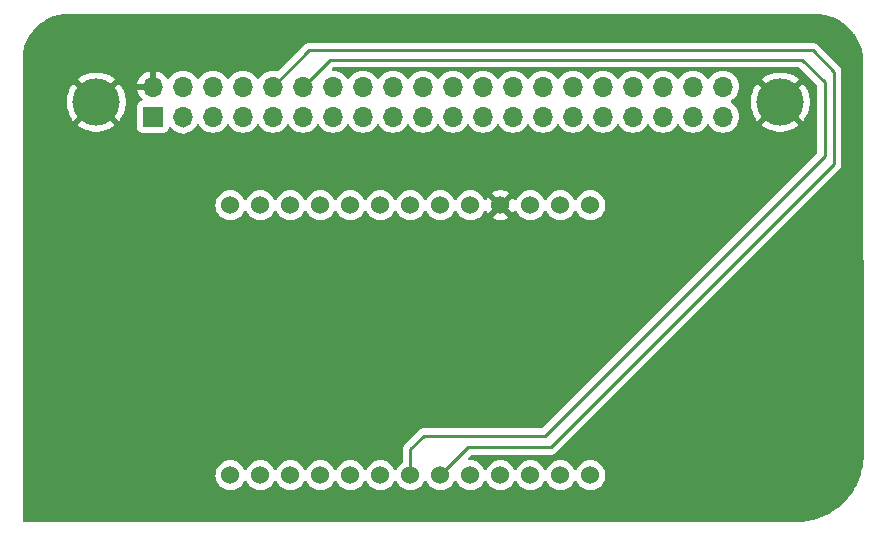
<source format=gbr>
%TF.GenerationSoftware,KiCad,Pcbnew,(7.0.0)*%
%TF.CreationDate,2023-07-17T15:43:14+02:00*%
%TF.ProjectId,SupportPizero,53757070-6f72-4745-9069-7a65726f2e6b,rev?*%
%TF.SameCoordinates,Original*%
%TF.FileFunction,Copper,L1,Top*%
%TF.FilePolarity,Positive*%
%FSLAX46Y46*%
G04 Gerber Fmt 4.6, Leading zero omitted, Abs format (unit mm)*
G04 Created by KiCad (PCBNEW (7.0.0)) date 2023-07-17 15:43:14*
%MOMM*%
%LPD*%
G01*
G04 APERTURE LIST*
%TA.AperFunction,ComponentPad*%
%ADD10R,1.700000X1.700000*%
%TD*%
%TA.AperFunction,ComponentPad*%
%ADD11O,1.700000X1.700000*%
%TD*%
%TA.AperFunction,ComponentPad*%
%ADD12C,4.000000*%
%TD*%
%TA.AperFunction,ComponentPad*%
%ADD13C,1.524000*%
%TD*%
%TA.AperFunction,Conductor*%
%ADD14C,0.250000*%
%TD*%
G04 APERTURE END LIST*
D10*
%TO.P,REF\u002A\u002A,1*%
%TO.N,N/C*%
X59039999Y-57999999D03*
D11*
%TO.P,REF\u002A\u002A,2*%
%TO.N,GND*%
X59039999Y-55459999D03*
%TO.P,REF\u002A\u002A,3*%
%TO.N,Out*%
X61579999Y-57999999D03*
%TO.P,REF\u002A\u002A,4*%
%TO.N,N/C*%
X61579999Y-55459999D03*
%TO.P,REF\u002A\u002A,5*%
X64119999Y-57999999D03*
%TO.P,REF\u002A\u002A,6*%
X64119999Y-55459999D03*
%TO.P,REF\u002A\u002A,7*%
X66659999Y-57999999D03*
%TO.P,REF\u002A\u002A,8*%
X66659999Y-55459999D03*
%TO.P,REF\u002A\u002A,9*%
X69199999Y-57999999D03*
%TO.P,REF\u002A\u002A,10*%
%TO.N,RX*%
X69199999Y-55459999D03*
%TO.P,REF\u002A\u002A,11*%
%TO.N,N/C*%
X71739999Y-57999999D03*
%TO.P,REF\u002A\u002A,12*%
%TO.N,TX*%
X71739999Y-55459999D03*
%TO.P,REF\u002A\u002A,13*%
%TO.N,N/C*%
X74279999Y-57999999D03*
%TO.P,REF\u002A\u002A,14*%
X74279999Y-55459999D03*
%TO.P,REF\u002A\u002A,15*%
X76819999Y-57999999D03*
%TO.P,REF\u002A\u002A,16*%
X76819999Y-55459999D03*
%TO.P,REF\u002A\u002A,17*%
X79359999Y-57999999D03*
%TO.P,REF\u002A\u002A,18*%
X79359999Y-55459999D03*
%TO.P,REF\u002A\u002A,19*%
X81899999Y-57999999D03*
%TO.P,REF\u002A\u002A,20*%
X81899999Y-55459999D03*
%TO.P,REF\u002A\u002A,21*%
X84439999Y-57999999D03*
%TO.P,REF\u002A\u002A,22*%
X84439999Y-55459999D03*
%TO.P,REF\u002A\u002A,23*%
X86979999Y-57999999D03*
%TO.P,REF\u002A\u002A,24*%
X86979999Y-55459999D03*
%TO.P,REF\u002A\u002A,25*%
X89519999Y-57999999D03*
%TO.P,REF\u002A\u002A,26*%
X89519999Y-55459999D03*
%TO.P,REF\u002A\u002A,27*%
X92059999Y-57999999D03*
%TO.P,REF\u002A\u002A,28*%
X92059999Y-55459999D03*
%TO.P,REF\u002A\u002A,29*%
X94599999Y-57999999D03*
%TO.P,REF\u002A\u002A,30*%
X94599999Y-55459999D03*
%TO.P,REF\u002A\u002A,31*%
X97139999Y-57999999D03*
%TO.P,REF\u002A\u002A,32*%
X97139999Y-55459999D03*
%TO.P,REF\u002A\u002A,33*%
X99679999Y-57999999D03*
%TO.P,REF\u002A\u002A,34*%
X99679999Y-55459999D03*
%TO.P,REF\u002A\u002A,35*%
X102219999Y-57999999D03*
%TO.P,REF\u002A\u002A,36*%
X102219999Y-55459999D03*
%TO.P,REF\u002A\u002A,37*%
X104759999Y-57999999D03*
%TO.P,REF\u002A\u002A,38*%
X104759999Y-55459999D03*
%TO.P,REF\u002A\u002A,39*%
%TO.N,+*%
X107299999Y-57999999D03*
%TO.P,REF\u002A\u002A,40*%
%TO.N,N/C*%
X107299999Y-55459999D03*
%TD*%
D12*
%TO.P,REF\u002A\u002A,1*%
%TO.N,GND*%
X54229000Y-56769000D03*
%TD*%
%TO.P,REF\u002A\u002A,1*%
%TO.N,GND*%
X112141000Y-56769000D03*
%TD*%
D13*
%TO.P,Alhora,0*%
%TO.N,N/C*%
X96080000Y-65500000D03*
%TO.P,Alhora,1*%
X93540000Y-65500000D03*
%TO.P,Alhora,2*%
X91000000Y-65500000D03*
%TO.P,Alhora,4*%
X85920000Y-65500000D03*
%TO.P,Alhora,5*%
X83380000Y-65500000D03*
%TO.P,Alhora,6*%
X80840000Y-65500000D03*
%TO.P,Alhora,7*%
X78300000Y-65500000D03*
%TO.P,Alhora,8*%
X75760000Y-65500000D03*
%TO.P,Alhora,9*%
X73220000Y-65500000D03*
%TO.P,Alhora,10*%
X70680000Y-65500000D03*
%TO.P,Alhora,11*%
X68140000Y-65500000D03*
%TO.P,Alhora,12*%
X65600000Y-65500000D03*
%TO.P,Alhora,13*%
X93540000Y-88360000D03*
X96080000Y-88360000D03*
%TO.P,Alhora,14*%
X91000000Y-88360000D03*
%TO.P,Alhora,15*%
X88460000Y-88360000D03*
%TO.P,Alhora,16*%
X85920000Y-88360000D03*
%TO.P,Alhora,19*%
X78300000Y-88360000D03*
%TO.P,Alhora,20*%
X75760000Y-88360000D03*
%TO.P,Alhora,21*%
X73220000Y-88360000D03*
%TO.P,Alhora,22*%
X70680000Y-88360000D03*
%TO.P,Alhora,23*%
X68140000Y-88360000D03*
%TO.P,Alhora,24*%
X65600000Y-88360000D03*
%TO.P,Alhora,GND*%
%TO.N,GND*%
X88460000Y-65500000D03*
%TO.P,Alhora,RX*%
%TO.N,RX*%
X83380000Y-88360000D03*
%TO.P,Alhora,TX*%
%TO.N,TX*%
X80840000Y-88360000D03*
%TD*%
D14*
%TO.N,RX*%
X85740000Y-86000000D02*
X83380000Y-88360000D01*
X116700000Y-62000000D02*
X92700000Y-86000000D01*
X116700000Y-54216000D02*
X116700000Y-62000000D01*
X72260000Y-52400000D02*
X114884000Y-52400000D01*
X114884000Y-52400000D02*
X116700000Y-54216000D01*
X92700000Y-86000000D02*
X85740000Y-86000000D01*
X69200000Y-55460000D02*
X72260000Y-52400000D01*
%TO.N,TX*%
X80840000Y-86160000D02*
X80840000Y-88360000D01*
X82000000Y-85000000D02*
X80840000Y-86160000D01*
X92220000Y-85000000D02*
X82000000Y-85000000D01*
X115900000Y-61320000D02*
X92220000Y-85000000D01*
X115900000Y-55067000D02*
X115900000Y-61320000D01*
X114033000Y-53200000D02*
X115900000Y-55067000D01*
X74000000Y-53200000D02*
X114033000Y-53200000D01*
X71740000Y-55460000D02*
X74000000Y-53200000D01*
%TO.N,Out*%
X61580000Y-58820000D02*
X61580000Y-58000000D01*
%TD*%
%TA.AperFunction,Conductor*%
%TO.N,GND*%
G36*
X115006463Y-49310227D02*
G01*
X115006464Y-49310228D01*
X115006490Y-49310227D01*
X115008376Y-49310248D01*
X115168360Y-49313958D01*
X115398407Y-49320004D01*
X115409740Y-49320825D01*
X115591472Y-49342454D01*
X115591891Y-49342506D01*
X115797579Y-49368850D01*
X115808122Y-49370665D01*
X115993036Y-49410799D01*
X115994502Y-49411129D01*
X116190055Y-49456631D01*
X116199634Y-49459270D01*
X116382379Y-49517607D01*
X116384645Y-49518356D01*
X116448091Y-49540077D01*
X116571953Y-49582482D01*
X116580565Y-49585793D01*
X116758106Y-49661752D01*
X116761143Y-49663100D01*
X116939637Y-49745192D01*
X116947224Y-49749000D01*
X117117490Y-49841915D01*
X117121022Y-49843919D01*
X117289612Y-49943219D01*
X117296137Y-49947341D01*
X117457231Y-50056331D01*
X117461074Y-50059041D01*
X117618481Y-50174660D01*
X117623927Y-50178902D01*
X117774119Y-50302884D01*
X117778282Y-50306481D01*
X117876312Y-50395051D01*
X117922774Y-50437030D01*
X117922994Y-50437228D01*
X117927498Y-50441508D01*
X118065272Y-50579273D01*
X118069581Y-50583806D01*
X118200311Y-50728478D01*
X118203930Y-50732667D01*
X118242721Y-50779651D01*
X118327910Y-50882835D01*
X118332194Y-50888334D01*
X118434868Y-51028096D01*
X118447752Y-51045634D01*
X118450510Y-51049544D01*
X118545764Y-51190315D01*
X118559493Y-51210604D01*
X118563635Y-51217157D01*
X118662948Y-51385742D01*
X118664951Y-51389274D01*
X118757867Y-51559512D01*
X118761677Y-51567099D01*
X118843766Y-51745555D01*
X118845114Y-51748591D01*
X118921113Y-51926189D01*
X118924425Y-51934803D01*
X118988511Y-52121959D01*
X118989323Y-52124412D01*
X119047653Y-52307096D01*
X119050300Y-52316702D01*
X119095758Y-52512000D01*
X119096163Y-52513802D01*
X119136285Y-52698598D01*
X119138102Y-52709146D01*
X119164414Y-52914473D01*
X119164550Y-52915571D01*
X119186145Y-53096915D01*
X119186972Y-53108326D01*
X119193270Y-53348382D01*
X119193279Y-53348751D01*
X119196720Y-53496719D01*
X119196709Y-53496849D01*
X119196724Y-53496901D01*
X119196736Y-53497423D01*
X119196620Y-53497902D01*
X119196472Y-53499664D01*
X119196742Y-53499664D01*
X119196742Y-53499751D01*
X119196465Y-53499751D01*
X119196422Y-53500251D01*
X119196730Y-53500251D01*
X119196742Y-53500251D01*
X119202897Y-86500035D01*
X119202759Y-86500035D01*
X119202897Y-86500619D01*
X119201773Y-86748765D01*
X119201771Y-86749014D01*
X119200453Y-86950463D01*
X119200010Y-86960161D01*
X119179541Y-87200803D01*
X119179472Y-87201586D01*
X119160381Y-87410355D01*
X119159208Y-87419452D01*
X119120110Y-87654002D01*
X119119888Y-87655293D01*
X119082590Y-87865331D01*
X119080782Y-87873788D01*
X119023362Y-88102963D01*
X119022903Y-88104739D01*
X118967612Y-88312337D01*
X118965265Y-88320114D01*
X118889926Y-88543105D01*
X118889150Y-88545333D01*
X118816240Y-88748315D01*
X118813453Y-88755385D01*
X118720652Y-88971179D01*
X118719482Y-88973814D01*
X118629507Y-89170316D01*
X118626379Y-89176663D01*
X118516722Y-89384011D01*
X118515088Y-89387001D01*
X118408681Y-89575483D01*
X118405311Y-89581101D01*
X118279479Y-89778814D01*
X118277316Y-89782096D01*
X118155267Y-89961076D01*
X118151750Y-89965973D01*
X118010566Y-90152811D01*
X118007817Y-90156317D01*
X117870998Y-90324461D01*
X117867430Y-90328652D01*
X117711747Y-90503518D01*
X117708362Y-90507170D01*
X117557824Y-90663168D01*
X117554295Y-90666681D01*
X117385066Y-90828510D01*
X117381005Y-90832224D01*
X117217867Y-90974922D01*
X117214461Y-90977795D01*
X117032746Y-91125561D01*
X117027979Y-91129249D01*
X116853473Y-91257587D01*
X116850268Y-91259866D01*
X116657167Y-91392655D01*
X116651673Y-91396224D01*
X116467083Y-91509285D01*
X116464153Y-91511024D01*
X116260852Y-91627989D01*
X116254621Y-91631341D01*
X116061435Y-91728265D01*
X116058842Y-91729528D01*
X115846503Y-91829949D01*
X115839538Y-91832986D01*
X115639282Y-91913079D01*
X115637083Y-91913934D01*
X115416907Y-91997171D01*
X115409218Y-91999794D01*
X115203775Y-92062426D01*
X115202016Y-92062948D01*
X114974976Y-92128509D01*
X114966590Y-92130616D01*
X114758119Y-92175349D01*
X114756835Y-92175618D01*
X114523702Y-92223069D01*
X114514654Y-92224564D01*
X114306832Y-92251061D01*
X114306052Y-92251158D01*
X114066161Y-92280200D01*
X114056497Y-92280988D01*
X113865994Y-92289044D01*
X113865733Y-92289055D01*
X113608246Y-92299400D01*
X113603268Y-92299500D01*
X48124517Y-92299500D01*
X48062512Y-92282884D01*
X48017124Y-92237490D01*
X48000517Y-92175483D01*
X48002495Y-77336261D01*
X48004073Y-65500000D01*
X64332677Y-65500000D01*
X64333149Y-65505395D01*
X64351457Y-65714669D01*
X64351458Y-65714676D01*
X64351930Y-65720068D01*
X64353329Y-65725289D01*
X64353331Y-65725300D01*
X64407706Y-65928228D01*
X64407708Y-65928235D01*
X64409106Y-65933450D01*
X64502466Y-66133662D01*
X64505566Y-66138090D01*
X64505570Y-66138096D01*
X64539858Y-66187064D01*
X64629174Y-66314620D01*
X64785380Y-66470826D01*
X64875858Y-66534179D01*
X64961903Y-66594429D01*
X64961906Y-66594430D01*
X64966338Y-66597534D01*
X65166550Y-66690894D01*
X65171770Y-66692292D01*
X65171771Y-66692293D01*
X65374699Y-66746668D01*
X65374701Y-66746668D01*
X65379932Y-66748070D01*
X65600000Y-66767323D01*
X65820068Y-66748070D01*
X66033450Y-66690894D01*
X66233662Y-66597534D01*
X66414620Y-66470826D01*
X66570826Y-66314620D01*
X66697534Y-66133662D01*
X66757618Y-66004808D01*
X66803375Y-65952634D01*
X66870000Y-65933214D01*
X66936625Y-65952634D01*
X66982381Y-66004808D01*
X67042466Y-66133662D01*
X67045566Y-66138090D01*
X67045570Y-66138096D01*
X67079858Y-66187064D01*
X67169174Y-66314620D01*
X67325380Y-66470826D01*
X67415858Y-66534179D01*
X67501903Y-66594429D01*
X67501906Y-66594430D01*
X67506338Y-66597534D01*
X67706550Y-66690894D01*
X67711770Y-66692292D01*
X67711771Y-66692293D01*
X67914699Y-66746668D01*
X67914701Y-66746668D01*
X67919932Y-66748070D01*
X68140000Y-66767323D01*
X68360068Y-66748070D01*
X68573450Y-66690894D01*
X68773662Y-66597534D01*
X68954620Y-66470826D01*
X69110826Y-66314620D01*
X69237534Y-66133662D01*
X69297618Y-66004808D01*
X69343375Y-65952634D01*
X69410000Y-65933214D01*
X69476625Y-65952634D01*
X69522381Y-66004808D01*
X69582466Y-66133662D01*
X69585566Y-66138090D01*
X69585570Y-66138096D01*
X69619858Y-66187064D01*
X69709174Y-66314620D01*
X69865380Y-66470826D01*
X69955858Y-66534179D01*
X70041903Y-66594429D01*
X70041906Y-66594430D01*
X70046338Y-66597534D01*
X70246550Y-66690894D01*
X70251770Y-66692292D01*
X70251771Y-66692293D01*
X70454699Y-66746668D01*
X70454701Y-66746668D01*
X70459932Y-66748070D01*
X70680000Y-66767323D01*
X70900068Y-66748070D01*
X71113450Y-66690894D01*
X71313662Y-66597534D01*
X71494620Y-66470826D01*
X71650826Y-66314620D01*
X71777534Y-66133662D01*
X71837618Y-66004808D01*
X71883375Y-65952634D01*
X71950000Y-65933214D01*
X72016625Y-65952634D01*
X72062381Y-66004808D01*
X72122466Y-66133662D01*
X72125566Y-66138090D01*
X72125570Y-66138096D01*
X72159858Y-66187064D01*
X72249174Y-66314620D01*
X72405380Y-66470826D01*
X72495858Y-66534179D01*
X72581903Y-66594429D01*
X72581906Y-66594430D01*
X72586338Y-66597534D01*
X72786550Y-66690894D01*
X72791770Y-66692292D01*
X72791771Y-66692293D01*
X72994699Y-66746668D01*
X72994701Y-66746668D01*
X72999932Y-66748070D01*
X73220000Y-66767323D01*
X73440068Y-66748070D01*
X73653450Y-66690894D01*
X73853662Y-66597534D01*
X74034620Y-66470826D01*
X74190826Y-66314620D01*
X74317534Y-66133662D01*
X74377618Y-66004808D01*
X74423375Y-65952634D01*
X74490000Y-65933214D01*
X74556625Y-65952634D01*
X74602381Y-66004808D01*
X74662466Y-66133662D01*
X74665566Y-66138090D01*
X74665570Y-66138096D01*
X74699858Y-66187064D01*
X74789174Y-66314620D01*
X74945380Y-66470826D01*
X75035858Y-66534179D01*
X75121903Y-66594429D01*
X75121906Y-66594430D01*
X75126338Y-66597534D01*
X75326550Y-66690894D01*
X75331770Y-66692292D01*
X75331771Y-66692293D01*
X75534699Y-66746668D01*
X75534701Y-66746668D01*
X75539932Y-66748070D01*
X75760000Y-66767323D01*
X75980068Y-66748070D01*
X76193450Y-66690894D01*
X76393662Y-66597534D01*
X76574620Y-66470826D01*
X76730826Y-66314620D01*
X76857534Y-66133662D01*
X76917618Y-66004808D01*
X76963375Y-65952634D01*
X77030000Y-65933214D01*
X77096625Y-65952634D01*
X77142381Y-66004808D01*
X77202466Y-66133662D01*
X77205566Y-66138090D01*
X77205570Y-66138096D01*
X77239858Y-66187064D01*
X77329174Y-66314620D01*
X77485380Y-66470826D01*
X77575858Y-66534179D01*
X77661903Y-66594429D01*
X77661906Y-66594430D01*
X77666338Y-66597534D01*
X77866550Y-66690894D01*
X77871770Y-66692292D01*
X77871771Y-66692293D01*
X78074699Y-66746668D01*
X78074701Y-66746668D01*
X78079932Y-66748070D01*
X78300000Y-66767323D01*
X78520068Y-66748070D01*
X78733450Y-66690894D01*
X78933662Y-66597534D01*
X79114620Y-66470826D01*
X79270826Y-66314620D01*
X79397534Y-66133662D01*
X79457618Y-66004808D01*
X79503375Y-65952634D01*
X79570000Y-65933214D01*
X79636625Y-65952634D01*
X79682381Y-66004808D01*
X79742466Y-66133662D01*
X79745566Y-66138090D01*
X79745570Y-66138096D01*
X79779858Y-66187064D01*
X79869174Y-66314620D01*
X80025380Y-66470826D01*
X80115858Y-66534179D01*
X80201903Y-66594429D01*
X80201906Y-66594430D01*
X80206338Y-66597534D01*
X80406550Y-66690894D01*
X80411770Y-66692292D01*
X80411771Y-66692293D01*
X80614699Y-66746668D01*
X80614701Y-66746668D01*
X80619932Y-66748070D01*
X80840000Y-66767323D01*
X81060068Y-66748070D01*
X81273450Y-66690894D01*
X81473662Y-66597534D01*
X81654620Y-66470826D01*
X81810826Y-66314620D01*
X81937534Y-66133662D01*
X81997618Y-66004808D01*
X82043375Y-65952634D01*
X82110000Y-65933214D01*
X82176625Y-65952634D01*
X82222381Y-66004808D01*
X82282466Y-66133662D01*
X82285566Y-66138090D01*
X82285570Y-66138096D01*
X82319858Y-66187064D01*
X82409174Y-66314620D01*
X82565380Y-66470826D01*
X82655858Y-66534179D01*
X82741903Y-66594429D01*
X82741906Y-66594430D01*
X82746338Y-66597534D01*
X82946550Y-66690894D01*
X82951770Y-66692292D01*
X82951771Y-66692293D01*
X83154699Y-66746668D01*
X83154701Y-66746668D01*
X83159932Y-66748070D01*
X83380000Y-66767323D01*
X83600068Y-66748070D01*
X83813450Y-66690894D01*
X84013662Y-66597534D01*
X84194620Y-66470826D01*
X84350826Y-66314620D01*
X84477534Y-66133662D01*
X84537618Y-66004808D01*
X84583375Y-65952634D01*
X84650000Y-65933214D01*
X84716625Y-65952634D01*
X84762381Y-66004808D01*
X84822466Y-66133662D01*
X84825566Y-66138090D01*
X84825570Y-66138096D01*
X84859858Y-66187064D01*
X84949174Y-66314620D01*
X85105380Y-66470826D01*
X85195858Y-66534179D01*
X85281903Y-66594429D01*
X85281906Y-66594430D01*
X85286338Y-66597534D01*
X85486550Y-66690894D01*
X85491770Y-66692292D01*
X85491771Y-66692293D01*
X85694699Y-66746668D01*
X85694701Y-66746668D01*
X85699932Y-66748070D01*
X85920000Y-66767323D01*
X86140068Y-66748070D01*
X86353450Y-66690894D01*
X86553662Y-66597534D01*
X86619523Y-66551418D01*
X87765503Y-66551418D01*
X87772936Y-66559530D01*
X87822151Y-66593991D01*
X87831499Y-66599388D01*
X88021819Y-66688135D01*
X88031943Y-66691821D01*
X88234786Y-66746173D01*
X88245418Y-66748047D01*
X88454605Y-66766349D01*
X88465395Y-66766349D01*
X88674581Y-66748047D01*
X88685213Y-66746173D01*
X88888056Y-66691821D01*
X88898180Y-66688135D01*
X89088494Y-66599391D01*
X89097851Y-66593989D01*
X89147064Y-66559528D01*
X89154496Y-66551419D01*
X89148582Y-66542136D01*
X88471542Y-65865095D01*
X88459999Y-65858431D01*
X88448457Y-65865095D01*
X87771416Y-66542136D01*
X87765503Y-66551418D01*
X86619523Y-66551418D01*
X86734620Y-66470826D01*
X86890826Y-66314620D01*
X87017534Y-66133662D01*
X87077895Y-66004216D01*
X87123651Y-65952042D01*
X87190276Y-65932622D01*
X87256901Y-65952042D01*
X87302658Y-66004218D01*
X87360609Y-66128496D01*
X87366008Y-66137848D01*
X87400470Y-66187065D01*
X87408579Y-66194496D01*
X87417862Y-66188582D01*
X88094903Y-65511542D01*
X88101567Y-65500000D01*
X88818431Y-65500000D01*
X88825095Y-65511542D01*
X89502136Y-66188582D01*
X89511419Y-66194496D01*
X89519528Y-66187064D01*
X89553989Y-66137851D01*
X89559388Y-66128499D01*
X89617340Y-66004219D01*
X89663097Y-65952042D01*
X89729722Y-65932622D01*
X89796348Y-65952041D01*
X89842105Y-66004217D01*
X89842105Y-66004218D01*
X89902466Y-66133662D01*
X89905566Y-66138090D01*
X89905570Y-66138096D01*
X89939858Y-66187064D01*
X90029174Y-66314620D01*
X90185380Y-66470826D01*
X90275858Y-66534179D01*
X90361903Y-66594429D01*
X90361906Y-66594430D01*
X90366338Y-66597534D01*
X90566550Y-66690894D01*
X90571770Y-66692292D01*
X90571771Y-66692293D01*
X90774699Y-66746668D01*
X90774701Y-66746668D01*
X90779932Y-66748070D01*
X91000000Y-66767323D01*
X91220068Y-66748070D01*
X91433450Y-66690894D01*
X91633662Y-66597534D01*
X91814620Y-66470826D01*
X91970826Y-66314620D01*
X92097534Y-66133662D01*
X92157618Y-66004808D01*
X92203375Y-65952634D01*
X92270000Y-65933214D01*
X92336625Y-65952634D01*
X92382381Y-66004808D01*
X92442466Y-66133662D01*
X92445566Y-66138090D01*
X92445570Y-66138096D01*
X92479858Y-66187064D01*
X92569174Y-66314620D01*
X92725380Y-66470826D01*
X92815858Y-66534179D01*
X92901903Y-66594429D01*
X92901906Y-66594430D01*
X92906338Y-66597534D01*
X93106550Y-66690894D01*
X93111770Y-66692292D01*
X93111771Y-66692293D01*
X93314699Y-66746668D01*
X93314701Y-66746668D01*
X93319932Y-66748070D01*
X93540000Y-66767323D01*
X93760068Y-66748070D01*
X93973450Y-66690894D01*
X94173662Y-66597534D01*
X94354620Y-66470826D01*
X94510826Y-66314620D01*
X94637534Y-66133662D01*
X94697618Y-66004808D01*
X94743375Y-65952634D01*
X94810000Y-65933214D01*
X94876625Y-65952634D01*
X94922381Y-66004808D01*
X94982466Y-66133662D01*
X94985566Y-66138090D01*
X94985570Y-66138096D01*
X95019858Y-66187064D01*
X95109174Y-66314620D01*
X95265380Y-66470826D01*
X95355858Y-66534179D01*
X95441903Y-66594429D01*
X95441906Y-66594430D01*
X95446338Y-66597534D01*
X95646550Y-66690894D01*
X95651770Y-66692292D01*
X95651771Y-66692293D01*
X95854699Y-66746668D01*
X95854701Y-66746668D01*
X95859932Y-66748070D01*
X96080000Y-66767323D01*
X96300068Y-66748070D01*
X96513450Y-66690894D01*
X96713662Y-66597534D01*
X96894620Y-66470826D01*
X97050826Y-66314620D01*
X97177534Y-66133662D01*
X97270894Y-65933450D01*
X97328070Y-65720068D01*
X97347323Y-65500000D01*
X97328070Y-65279932D01*
X97270894Y-65066550D01*
X97262223Y-65047956D01*
X97179942Y-64871504D01*
X97177534Y-64866339D01*
X97050826Y-64685380D01*
X96894620Y-64529174D01*
X96792776Y-64457862D01*
X96718096Y-64405570D01*
X96718090Y-64405566D01*
X96713662Y-64402466D01*
X96708757Y-64400178D01*
X96708754Y-64400177D01*
X96577972Y-64339193D01*
X96513450Y-64309106D01*
X96508235Y-64307708D01*
X96508228Y-64307706D01*
X96305300Y-64253331D01*
X96305289Y-64253329D01*
X96300068Y-64251930D01*
X96294676Y-64251458D01*
X96294669Y-64251457D01*
X96085395Y-64233149D01*
X96080000Y-64232677D01*
X96074605Y-64233149D01*
X95865330Y-64251457D01*
X95865321Y-64251458D01*
X95859932Y-64251930D01*
X95854711Y-64253328D01*
X95854699Y-64253331D01*
X95651777Y-64307705D01*
X95651772Y-64307706D01*
X95646550Y-64309106D01*
X95641654Y-64311388D01*
X95641643Y-64311393D01*
X95451249Y-64400176D01*
X95451245Y-64400178D01*
X95446339Y-64402466D01*
X95441906Y-64405569D01*
X95441899Y-64405574D01*
X95269815Y-64526068D01*
X95269810Y-64526071D01*
X95265380Y-64529174D01*
X95261556Y-64532997D01*
X95261550Y-64533003D01*
X95113003Y-64681550D01*
X95112997Y-64681556D01*
X95109174Y-64685380D01*
X95106071Y-64689810D01*
X95106068Y-64689815D01*
X94985574Y-64861899D01*
X94985569Y-64861906D01*
X94982466Y-64866339D01*
X94980178Y-64871245D01*
X94980176Y-64871249D01*
X94922382Y-64995189D01*
X94876625Y-65047365D01*
X94810000Y-65066784D01*
X94743375Y-65047365D01*
X94697618Y-64995189D01*
X94639942Y-64871504D01*
X94637534Y-64866339D01*
X94510826Y-64685380D01*
X94354620Y-64529174D01*
X94252776Y-64457862D01*
X94178096Y-64405570D01*
X94178090Y-64405566D01*
X94173662Y-64402466D01*
X94168757Y-64400178D01*
X94168754Y-64400177D01*
X94037972Y-64339193D01*
X93973450Y-64309106D01*
X93968235Y-64307708D01*
X93968228Y-64307706D01*
X93765300Y-64253331D01*
X93765289Y-64253329D01*
X93760068Y-64251930D01*
X93754676Y-64251458D01*
X93754669Y-64251457D01*
X93545395Y-64233149D01*
X93540000Y-64232677D01*
X93534605Y-64233149D01*
X93325330Y-64251457D01*
X93325321Y-64251458D01*
X93319932Y-64251930D01*
X93314711Y-64253328D01*
X93314699Y-64253331D01*
X93111777Y-64307705D01*
X93111772Y-64307706D01*
X93106550Y-64309106D01*
X93101654Y-64311388D01*
X93101643Y-64311393D01*
X92911249Y-64400176D01*
X92911245Y-64400178D01*
X92906339Y-64402466D01*
X92901906Y-64405569D01*
X92901899Y-64405574D01*
X92729815Y-64526068D01*
X92729810Y-64526071D01*
X92725380Y-64529174D01*
X92721556Y-64532997D01*
X92721550Y-64533003D01*
X92573003Y-64681550D01*
X92572997Y-64681556D01*
X92569174Y-64685380D01*
X92566071Y-64689810D01*
X92566068Y-64689815D01*
X92445574Y-64861899D01*
X92445569Y-64861906D01*
X92442466Y-64866339D01*
X92440178Y-64871245D01*
X92440176Y-64871249D01*
X92382382Y-64995189D01*
X92336625Y-65047365D01*
X92270000Y-65066784D01*
X92203375Y-65047365D01*
X92157618Y-64995189D01*
X92099942Y-64871504D01*
X92097534Y-64866339D01*
X91970826Y-64685380D01*
X91814620Y-64529174D01*
X91712776Y-64457862D01*
X91638096Y-64405570D01*
X91638090Y-64405566D01*
X91633662Y-64402466D01*
X91628757Y-64400178D01*
X91628754Y-64400177D01*
X91497972Y-64339193D01*
X91433450Y-64309106D01*
X91428235Y-64307708D01*
X91428228Y-64307706D01*
X91225300Y-64253331D01*
X91225289Y-64253329D01*
X91220068Y-64251930D01*
X91214676Y-64251458D01*
X91214669Y-64251457D01*
X91005395Y-64233149D01*
X91000000Y-64232677D01*
X90994605Y-64233149D01*
X90785330Y-64251457D01*
X90785321Y-64251458D01*
X90779932Y-64251930D01*
X90774711Y-64253328D01*
X90774699Y-64253331D01*
X90571777Y-64307705D01*
X90571772Y-64307706D01*
X90566550Y-64309106D01*
X90561654Y-64311388D01*
X90561643Y-64311393D01*
X90371249Y-64400176D01*
X90371245Y-64400178D01*
X90366339Y-64402466D01*
X90361906Y-64405569D01*
X90361899Y-64405574D01*
X90189815Y-64526068D01*
X90189810Y-64526071D01*
X90185380Y-64529174D01*
X90181556Y-64532997D01*
X90181550Y-64533003D01*
X90033003Y-64681550D01*
X90032997Y-64681556D01*
X90029174Y-64685380D01*
X90026071Y-64689810D01*
X90026068Y-64689815D01*
X89905574Y-64861899D01*
X89905569Y-64861906D01*
X89902466Y-64866339D01*
X89900179Y-64871242D01*
X89900178Y-64871245D01*
X89842105Y-64995782D01*
X89796347Y-65047957D01*
X89729722Y-65067376D01*
X89663097Y-65047956D01*
X89617341Y-64995780D01*
X89559391Y-64871504D01*
X89553990Y-64862150D01*
X89519529Y-64812935D01*
X89511418Y-64805502D01*
X89502139Y-64811413D01*
X88825095Y-65488457D01*
X88818431Y-65500000D01*
X88101567Y-65500000D01*
X88094903Y-65488457D01*
X87417859Y-64811413D01*
X87408581Y-64805502D01*
X87400468Y-64812936D01*
X87366006Y-64862154D01*
X87360612Y-64871498D01*
X87302658Y-64995781D01*
X87256901Y-65047957D01*
X87190276Y-65067376D01*
X87123651Y-65047957D01*
X87077894Y-64995781D01*
X87019942Y-64871504D01*
X87017534Y-64866339D01*
X86890826Y-64685380D01*
X86734620Y-64529174D01*
X86632776Y-64457862D01*
X86619521Y-64448581D01*
X87765502Y-64448581D01*
X87771413Y-64457859D01*
X88448457Y-65134903D01*
X88460000Y-65141567D01*
X88471542Y-65134903D01*
X89148582Y-64457862D01*
X89154496Y-64448579D01*
X89147065Y-64440470D01*
X89097848Y-64406008D01*
X89088496Y-64400609D01*
X88898180Y-64311864D01*
X88888056Y-64308178D01*
X88685213Y-64253826D01*
X88674581Y-64251952D01*
X88465395Y-64233651D01*
X88454605Y-64233651D01*
X88245418Y-64251952D01*
X88234786Y-64253826D01*
X88031949Y-64308177D01*
X88021815Y-64311865D01*
X87831498Y-64400612D01*
X87822154Y-64406006D01*
X87772936Y-64440468D01*
X87765502Y-64448581D01*
X86619521Y-64448581D01*
X86558096Y-64405570D01*
X86558090Y-64405566D01*
X86553662Y-64402466D01*
X86548757Y-64400178D01*
X86548754Y-64400177D01*
X86417972Y-64339193D01*
X86353450Y-64309106D01*
X86348235Y-64307708D01*
X86348228Y-64307706D01*
X86145300Y-64253331D01*
X86145289Y-64253329D01*
X86140068Y-64251930D01*
X86134676Y-64251458D01*
X86134669Y-64251457D01*
X85925395Y-64233149D01*
X85920000Y-64232677D01*
X85914605Y-64233149D01*
X85705330Y-64251457D01*
X85705321Y-64251458D01*
X85699932Y-64251930D01*
X85694711Y-64253328D01*
X85694699Y-64253331D01*
X85491777Y-64307705D01*
X85491772Y-64307706D01*
X85486550Y-64309106D01*
X85481654Y-64311388D01*
X85481643Y-64311393D01*
X85291249Y-64400176D01*
X85291245Y-64400178D01*
X85286339Y-64402466D01*
X85281906Y-64405569D01*
X85281899Y-64405574D01*
X85109815Y-64526068D01*
X85109810Y-64526071D01*
X85105380Y-64529174D01*
X85101556Y-64532997D01*
X85101550Y-64533003D01*
X84953003Y-64681550D01*
X84952997Y-64681556D01*
X84949174Y-64685380D01*
X84946071Y-64689810D01*
X84946068Y-64689815D01*
X84825574Y-64861899D01*
X84825569Y-64861906D01*
X84822466Y-64866339D01*
X84820178Y-64871245D01*
X84820176Y-64871249D01*
X84762382Y-64995189D01*
X84716625Y-65047365D01*
X84650000Y-65066784D01*
X84583375Y-65047365D01*
X84537618Y-64995189D01*
X84479942Y-64871504D01*
X84477534Y-64866339D01*
X84350826Y-64685380D01*
X84194620Y-64529174D01*
X84092776Y-64457862D01*
X84018096Y-64405570D01*
X84018090Y-64405566D01*
X84013662Y-64402466D01*
X84008757Y-64400178D01*
X84008754Y-64400177D01*
X83877972Y-64339193D01*
X83813450Y-64309106D01*
X83808235Y-64307708D01*
X83808228Y-64307706D01*
X83605300Y-64253331D01*
X83605289Y-64253329D01*
X83600068Y-64251930D01*
X83594676Y-64251458D01*
X83594669Y-64251457D01*
X83385395Y-64233149D01*
X83380000Y-64232677D01*
X83374605Y-64233149D01*
X83165330Y-64251457D01*
X83165321Y-64251458D01*
X83159932Y-64251930D01*
X83154711Y-64253328D01*
X83154699Y-64253331D01*
X82951777Y-64307705D01*
X82951772Y-64307706D01*
X82946550Y-64309106D01*
X82941654Y-64311388D01*
X82941643Y-64311393D01*
X82751249Y-64400176D01*
X82751245Y-64400178D01*
X82746339Y-64402466D01*
X82741906Y-64405569D01*
X82741899Y-64405574D01*
X82569815Y-64526068D01*
X82569810Y-64526071D01*
X82565380Y-64529174D01*
X82561556Y-64532997D01*
X82561550Y-64533003D01*
X82413003Y-64681550D01*
X82412997Y-64681556D01*
X82409174Y-64685380D01*
X82406071Y-64689810D01*
X82406068Y-64689815D01*
X82285574Y-64861899D01*
X82285569Y-64861906D01*
X82282466Y-64866339D01*
X82280178Y-64871245D01*
X82280176Y-64871249D01*
X82222382Y-64995189D01*
X82176625Y-65047365D01*
X82110000Y-65066784D01*
X82043375Y-65047365D01*
X81997618Y-64995189D01*
X81939942Y-64871504D01*
X81937534Y-64866339D01*
X81810826Y-64685380D01*
X81654620Y-64529174D01*
X81552776Y-64457862D01*
X81478096Y-64405570D01*
X81478090Y-64405566D01*
X81473662Y-64402466D01*
X81468757Y-64400178D01*
X81468754Y-64400177D01*
X81337972Y-64339193D01*
X81273450Y-64309106D01*
X81268235Y-64307708D01*
X81268228Y-64307706D01*
X81065300Y-64253331D01*
X81065289Y-64253329D01*
X81060068Y-64251930D01*
X81054676Y-64251458D01*
X81054669Y-64251457D01*
X80845395Y-64233149D01*
X80840000Y-64232677D01*
X80834605Y-64233149D01*
X80625330Y-64251457D01*
X80625321Y-64251458D01*
X80619932Y-64251930D01*
X80614711Y-64253328D01*
X80614699Y-64253331D01*
X80411777Y-64307705D01*
X80411772Y-64307706D01*
X80406550Y-64309106D01*
X80401654Y-64311388D01*
X80401643Y-64311393D01*
X80211249Y-64400176D01*
X80211245Y-64400178D01*
X80206339Y-64402466D01*
X80201906Y-64405569D01*
X80201899Y-64405574D01*
X80029815Y-64526068D01*
X80029810Y-64526071D01*
X80025380Y-64529174D01*
X80021556Y-64532997D01*
X80021550Y-64533003D01*
X79873003Y-64681550D01*
X79872997Y-64681556D01*
X79869174Y-64685380D01*
X79866071Y-64689810D01*
X79866068Y-64689815D01*
X79745574Y-64861899D01*
X79745569Y-64861906D01*
X79742466Y-64866339D01*
X79740178Y-64871245D01*
X79740176Y-64871249D01*
X79682382Y-64995189D01*
X79636625Y-65047365D01*
X79570000Y-65066784D01*
X79503375Y-65047365D01*
X79457618Y-64995189D01*
X79399942Y-64871504D01*
X79397534Y-64866339D01*
X79270826Y-64685380D01*
X79114620Y-64529174D01*
X79012776Y-64457862D01*
X78938096Y-64405570D01*
X78938090Y-64405566D01*
X78933662Y-64402466D01*
X78928757Y-64400178D01*
X78928754Y-64400177D01*
X78797972Y-64339193D01*
X78733450Y-64309106D01*
X78728235Y-64307708D01*
X78728228Y-64307706D01*
X78525300Y-64253331D01*
X78525289Y-64253329D01*
X78520068Y-64251930D01*
X78514676Y-64251458D01*
X78514669Y-64251457D01*
X78305395Y-64233149D01*
X78300000Y-64232677D01*
X78294605Y-64233149D01*
X78085330Y-64251457D01*
X78085321Y-64251458D01*
X78079932Y-64251930D01*
X78074711Y-64253328D01*
X78074699Y-64253331D01*
X77871777Y-64307705D01*
X77871772Y-64307706D01*
X77866550Y-64309106D01*
X77861654Y-64311388D01*
X77861643Y-64311393D01*
X77671249Y-64400176D01*
X77671245Y-64400178D01*
X77666339Y-64402466D01*
X77661906Y-64405569D01*
X77661899Y-64405574D01*
X77489815Y-64526068D01*
X77489810Y-64526071D01*
X77485380Y-64529174D01*
X77481556Y-64532997D01*
X77481550Y-64533003D01*
X77333003Y-64681550D01*
X77332997Y-64681556D01*
X77329174Y-64685380D01*
X77326071Y-64689810D01*
X77326068Y-64689815D01*
X77205574Y-64861899D01*
X77205569Y-64861906D01*
X77202466Y-64866339D01*
X77200178Y-64871245D01*
X77200176Y-64871249D01*
X77142382Y-64995189D01*
X77096625Y-65047365D01*
X77030000Y-65066784D01*
X76963375Y-65047365D01*
X76917618Y-64995189D01*
X76859942Y-64871504D01*
X76857534Y-64866339D01*
X76730826Y-64685380D01*
X76574620Y-64529174D01*
X76472776Y-64457862D01*
X76398096Y-64405570D01*
X76398090Y-64405566D01*
X76393662Y-64402466D01*
X76388757Y-64400178D01*
X76388754Y-64400177D01*
X76257972Y-64339193D01*
X76193450Y-64309106D01*
X76188235Y-64307708D01*
X76188228Y-64307706D01*
X75985300Y-64253331D01*
X75985289Y-64253329D01*
X75980068Y-64251930D01*
X75974676Y-64251458D01*
X75974669Y-64251457D01*
X75765395Y-64233149D01*
X75760000Y-64232677D01*
X75754605Y-64233149D01*
X75545330Y-64251457D01*
X75545321Y-64251458D01*
X75539932Y-64251930D01*
X75534711Y-64253328D01*
X75534699Y-64253331D01*
X75331777Y-64307705D01*
X75331772Y-64307706D01*
X75326550Y-64309106D01*
X75321654Y-64311388D01*
X75321643Y-64311393D01*
X75131249Y-64400176D01*
X75131245Y-64400178D01*
X75126339Y-64402466D01*
X75121906Y-64405569D01*
X75121899Y-64405574D01*
X74949815Y-64526068D01*
X74949810Y-64526071D01*
X74945380Y-64529174D01*
X74941556Y-64532997D01*
X74941550Y-64533003D01*
X74793003Y-64681550D01*
X74792997Y-64681556D01*
X74789174Y-64685380D01*
X74786071Y-64689810D01*
X74786068Y-64689815D01*
X74665574Y-64861899D01*
X74665569Y-64861906D01*
X74662466Y-64866339D01*
X74660178Y-64871245D01*
X74660176Y-64871249D01*
X74602382Y-64995189D01*
X74556625Y-65047365D01*
X74490000Y-65066784D01*
X74423375Y-65047365D01*
X74377618Y-64995189D01*
X74319942Y-64871504D01*
X74317534Y-64866339D01*
X74190826Y-64685380D01*
X74034620Y-64529174D01*
X73932776Y-64457862D01*
X73858096Y-64405570D01*
X73858090Y-64405566D01*
X73853662Y-64402466D01*
X73848757Y-64400178D01*
X73848754Y-64400177D01*
X73717972Y-64339193D01*
X73653450Y-64309106D01*
X73648235Y-64307708D01*
X73648228Y-64307706D01*
X73445300Y-64253331D01*
X73445289Y-64253329D01*
X73440068Y-64251930D01*
X73434676Y-64251458D01*
X73434669Y-64251457D01*
X73225395Y-64233149D01*
X73220000Y-64232677D01*
X73214605Y-64233149D01*
X73005330Y-64251457D01*
X73005321Y-64251458D01*
X72999932Y-64251930D01*
X72994711Y-64253328D01*
X72994699Y-64253331D01*
X72791777Y-64307705D01*
X72791772Y-64307706D01*
X72786550Y-64309106D01*
X72781654Y-64311388D01*
X72781643Y-64311393D01*
X72591249Y-64400176D01*
X72591245Y-64400178D01*
X72586339Y-64402466D01*
X72581906Y-64405569D01*
X72581899Y-64405574D01*
X72409815Y-64526068D01*
X72409810Y-64526071D01*
X72405380Y-64529174D01*
X72401556Y-64532997D01*
X72401550Y-64533003D01*
X72253003Y-64681550D01*
X72252997Y-64681556D01*
X72249174Y-64685380D01*
X72246071Y-64689810D01*
X72246068Y-64689815D01*
X72125574Y-64861899D01*
X72125569Y-64861906D01*
X72122466Y-64866339D01*
X72120178Y-64871245D01*
X72120176Y-64871249D01*
X72062382Y-64995189D01*
X72016625Y-65047365D01*
X71950000Y-65066784D01*
X71883375Y-65047365D01*
X71837618Y-64995189D01*
X71779942Y-64871504D01*
X71777534Y-64866339D01*
X71650826Y-64685380D01*
X71494620Y-64529174D01*
X71392776Y-64457862D01*
X71318096Y-64405570D01*
X71318090Y-64405566D01*
X71313662Y-64402466D01*
X71308757Y-64400178D01*
X71308754Y-64400177D01*
X71177972Y-64339193D01*
X71113450Y-64309106D01*
X71108235Y-64307708D01*
X71108228Y-64307706D01*
X70905300Y-64253331D01*
X70905289Y-64253329D01*
X70900068Y-64251930D01*
X70894676Y-64251458D01*
X70894669Y-64251457D01*
X70685395Y-64233149D01*
X70680000Y-64232677D01*
X70674605Y-64233149D01*
X70465330Y-64251457D01*
X70465321Y-64251458D01*
X70459932Y-64251930D01*
X70454711Y-64253328D01*
X70454699Y-64253331D01*
X70251777Y-64307705D01*
X70251772Y-64307706D01*
X70246550Y-64309106D01*
X70241654Y-64311388D01*
X70241643Y-64311393D01*
X70051249Y-64400176D01*
X70051245Y-64400178D01*
X70046339Y-64402466D01*
X70041906Y-64405569D01*
X70041899Y-64405574D01*
X69869815Y-64526068D01*
X69869810Y-64526071D01*
X69865380Y-64529174D01*
X69861556Y-64532997D01*
X69861550Y-64533003D01*
X69713003Y-64681550D01*
X69712997Y-64681556D01*
X69709174Y-64685380D01*
X69706071Y-64689810D01*
X69706068Y-64689815D01*
X69585574Y-64861899D01*
X69585569Y-64861906D01*
X69582466Y-64866339D01*
X69580178Y-64871245D01*
X69580176Y-64871249D01*
X69522382Y-64995189D01*
X69476625Y-65047365D01*
X69410000Y-65066784D01*
X69343375Y-65047365D01*
X69297618Y-64995189D01*
X69239942Y-64871504D01*
X69237534Y-64866339D01*
X69110826Y-64685380D01*
X68954620Y-64529174D01*
X68852776Y-64457862D01*
X68778096Y-64405570D01*
X68778090Y-64405566D01*
X68773662Y-64402466D01*
X68768757Y-64400178D01*
X68768754Y-64400177D01*
X68637972Y-64339193D01*
X68573450Y-64309106D01*
X68568235Y-64307708D01*
X68568228Y-64307706D01*
X68365300Y-64253331D01*
X68365289Y-64253329D01*
X68360068Y-64251930D01*
X68354676Y-64251458D01*
X68354669Y-64251457D01*
X68145395Y-64233149D01*
X68140000Y-64232677D01*
X68134605Y-64233149D01*
X67925330Y-64251457D01*
X67925321Y-64251458D01*
X67919932Y-64251930D01*
X67914711Y-64253328D01*
X67914699Y-64253331D01*
X67711777Y-64307705D01*
X67711772Y-64307706D01*
X67706550Y-64309106D01*
X67701654Y-64311388D01*
X67701643Y-64311393D01*
X67511249Y-64400176D01*
X67511245Y-64400178D01*
X67506339Y-64402466D01*
X67501906Y-64405569D01*
X67501899Y-64405574D01*
X67329815Y-64526068D01*
X67329810Y-64526071D01*
X67325380Y-64529174D01*
X67321556Y-64532997D01*
X67321550Y-64533003D01*
X67173003Y-64681550D01*
X67172997Y-64681556D01*
X67169174Y-64685380D01*
X67166071Y-64689810D01*
X67166068Y-64689815D01*
X67045574Y-64861899D01*
X67045569Y-64861906D01*
X67042466Y-64866339D01*
X67040178Y-64871245D01*
X67040176Y-64871249D01*
X66982382Y-64995189D01*
X66936625Y-65047365D01*
X66870000Y-65066784D01*
X66803375Y-65047365D01*
X66757618Y-64995189D01*
X66699942Y-64871504D01*
X66697534Y-64866339D01*
X66570826Y-64685380D01*
X66414620Y-64529174D01*
X66312776Y-64457862D01*
X66238096Y-64405570D01*
X66238090Y-64405566D01*
X66233662Y-64402466D01*
X66228757Y-64400178D01*
X66228754Y-64400177D01*
X66097972Y-64339193D01*
X66033450Y-64309106D01*
X66028235Y-64307708D01*
X66028228Y-64307706D01*
X65825300Y-64253331D01*
X65825289Y-64253329D01*
X65820068Y-64251930D01*
X65814676Y-64251458D01*
X65814669Y-64251457D01*
X65605395Y-64233149D01*
X65600000Y-64232677D01*
X65594605Y-64233149D01*
X65385330Y-64251457D01*
X65385321Y-64251458D01*
X65379932Y-64251930D01*
X65374711Y-64253328D01*
X65374699Y-64253331D01*
X65171777Y-64307705D01*
X65171772Y-64307706D01*
X65166550Y-64309106D01*
X65161654Y-64311388D01*
X65161643Y-64311393D01*
X64971249Y-64400176D01*
X64971245Y-64400178D01*
X64966339Y-64402466D01*
X64961906Y-64405569D01*
X64961899Y-64405574D01*
X64789815Y-64526068D01*
X64789810Y-64526071D01*
X64785380Y-64529174D01*
X64781556Y-64532997D01*
X64781550Y-64533003D01*
X64633003Y-64681550D01*
X64632997Y-64681556D01*
X64629174Y-64685380D01*
X64626071Y-64689810D01*
X64626068Y-64689815D01*
X64505574Y-64861899D01*
X64505569Y-64861906D01*
X64502466Y-64866339D01*
X64500178Y-64871245D01*
X64500176Y-64871249D01*
X64411393Y-65061643D01*
X64411388Y-65061654D01*
X64409106Y-65066550D01*
X64407706Y-65071772D01*
X64407705Y-65071777D01*
X64353331Y-65274699D01*
X64353328Y-65274711D01*
X64351930Y-65279932D01*
X64351458Y-65285321D01*
X64351457Y-65285330D01*
X64333687Y-65488457D01*
X64332677Y-65500000D01*
X48004073Y-65500000D01*
X48004979Y-58707296D01*
X52647574Y-58707296D01*
X52654848Y-58715482D01*
X52883620Y-58881694D01*
X52890210Y-58885876D01*
X53159032Y-59033662D01*
X53166071Y-59036975D01*
X53451307Y-59149907D01*
X53458702Y-59152310D01*
X53755837Y-59228602D01*
X53763495Y-59230063D01*
X54067846Y-59268511D01*
X54075608Y-59269000D01*
X54382392Y-59269000D01*
X54390153Y-59268511D01*
X54694504Y-59230063D01*
X54702162Y-59228602D01*
X54999297Y-59152310D01*
X55006692Y-59149907D01*
X55291928Y-59036975D01*
X55298967Y-59033662D01*
X55551962Y-58894578D01*
X57689500Y-58894578D01*
X57689501Y-58897872D01*
X57689853Y-58901150D01*
X57689854Y-58901161D01*
X57695079Y-58949768D01*
X57695080Y-58949773D01*
X57695909Y-58957483D01*
X57698619Y-58964749D01*
X57698620Y-58964753D01*
X57726124Y-59038495D01*
X57746204Y-59092331D01*
X57751518Y-59099430D01*
X57751519Y-59099431D01*
X57807367Y-59174035D01*
X57832454Y-59207546D01*
X57947669Y-59293796D01*
X58082517Y-59344091D01*
X58142127Y-59350500D01*
X59937872Y-59350499D01*
X59997483Y-59344091D01*
X60132331Y-59293796D01*
X60247546Y-59207546D01*
X60333796Y-59092331D01*
X60382810Y-58960916D01*
X60417789Y-58910537D01*
X60472634Y-58883084D01*
X60533927Y-58885273D01*
X60586672Y-58916568D01*
X60708599Y-59038495D01*
X60713031Y-59041598D01*
X60713033Y-59041600D01*
X60857260Y-59142589D01*
X60902170Y-59174035D01*
X61116337Y-59273903D01*
X61136138Y-59279208D01*
X61183083Y-59303438D01*
X61242177Y-59352324D01*
X61385174Y-59419614D01*
X61540412Y-59449227D01*
X61698138Y-59439304D01*
X61848441Y-59390467D01*
X61981877Y-59305786D01*
X61986628Y-59300725D01*
X62033134Y-59276724D01*
X62038430Y-59275305D01*
X62043663Y-59273903D01*
X62257830Y-59174035D01*
X62451401Y-59038495D01*
X62618495Y-58871401D01*
X62748426Y-58685839D01*
X62792742Y-58646976D01*
X62849999Y-58632965D01*
X62907256Y-58646976D01*
X62951574Y-58685841D01*
X63078399Y-58866966D01*
X63078402Y-58866970D01*
X63081505Y-58871401D01*
X63248599Y-59038495D01*
X63253031Y-59041598D01*
X63253033Y-59041600D01*
X63397260Y-59142589D01*
X63442170Y-59174035D01*
X63656337Y-59273903D01*
X63884592Y-59335063D01*
X64120000Y-59355659D01*
X64355408Y-59335063D01*
X64583663Y-59273903D01*
X64797830Y-59174035D01*
X64991401Y-59038495D01*
X65158495Y-58871401D01*
X65288426Y-58685839D01*
X65332742Y-58646976D01*
X65389999Y-58632965D01*
X65447256Y-58646976D01*
X65491574Y-58685841D01*
X65618399Y-58866966D01*
X65618402Y-58866970D01*
X65621505Y-58871401D01*
X65788599Y-59038495D01*
X65793031Y-59041598D01*
X65793033Y-59041600D01*
X65937260Y-59142589D01*
X65982170Y-59174035D01*
X66196337Y-59273903D01*
X66424592Y-59335063D01*
X66660000Y-59355659D01*
X66895408Y-59335063D01*
X67123663Y-59273903D01*
X67337830Y-59174035D01*
X67531401Y-59038495D01*
X67698495Y-58871401D01*
X67828426Y-58685841D01*
X67872743Y-58646976D01*
X67930000Y-58632965D01*
X67987257Y-58646976D01*
X68031575Y-58685842D01*
X68158395Y-58866961D01*
X68158401Y-58866968D01*
X68161505Y-58871401D01*
X68328599Y-59038495D01*
X68333031Y-59041598D01*
X68333033Y-59041600D01*
X68477260Y-59142589D01*
X68522170Y-59174035D01*
X68736337Y-59273903D01*
X68964592Y-59335063D01*
X69200000Y-59355659D01*
X69435408Y-59335063D01*
X69663663Y-59273903D01*
X69877830Y-59174035D01*
X70071401Y-59038495D01*
X70238495Y-58871401D01*
X70368426Y-58685841D01*
X70412743Y-58646976D01*
X70470000Y-58632965D01*
X70527257Y-58646976D01*
X70571575Y-58685842D01*
X70698395Y-58866961D01*
X70698401Y-58866968D01*
X70701505Y-58871401D01*
X70868599Y-59038495D01*
X70873031Y-59041598D01*
X70873033Y-59041600D01*
X71017260Y-59142589D01*
X71062170Y-59174035D01*
X71276337Y-59273903D01*
X71504592Y-59335063D01*
X71740000Y-59355659D01*
X71975408Y-59335063D01*
X72203663Y-59273903D01*
X72417830Y-59174035D01*
X72611401Y-59038495D01*
X72778495Y-58871401D01*
X72908426Y-58685841D01*
X72952743Y-58646976D01*
X73010000Y-58632965D01*
X73067257Y-58646976D01*
X73111575Y-58685842D01*
X73238395Y-58866961D01*
X73238401Y-58866968D01*
X73241505Y-58871401D01*
X73408599Y-59038495D01*
X73413031Y-59041598D01*
X73413033Y-59041600D01*
X73557260Y-59142589D01*
X73602170Y-59174035D01*
X73816337Y-59273903D01*
X74044592Y-59335063D01*
X74280000Y-59355659D01*
X74515408Y-59335063D01*
X74743663Y-59273903D01*
X74957830Y-59174035D01*
X75151401Y-59038495D01*
X75318495Y-58871401D01*
X75448426Y-58685841D01*
X75492743Y-58646976D01*
X75550000Y-58632965D01*
X75607257Y-58646976D01*
X75651575Y-58685842D01*
X75778395Y-58866961D01*
X75778401Y-58866968D01*
X75781505Y-58871401D01*
X75948599Y-59038495D01*
X75953031Y-59041598D01*
X75953033Y-59041600D01*
X76097260Y-59142589D01*
X76142170Y-59174035D01*
X76356337Y-59273903D01*
X76584592Y-59335063D01*
X76820000Y-59355659D01*
X77055408Y-59335063D01*
X77283663Y-59273903D01*
X77497830Y-59174035D01*
X77691401Y-59038495D01*
X77858495Y-58871401D01*
X77988426Y-58685841D01*
X78032743Y-58646976D01*
X78090000Y-58632965D01*
X78147257Y-58646976D01*
X78191575Y-58685842D01*
X78318395Y-58866961D01*
X78318401Y-58866968D01*
X78321505Y-58871401D01*
X78488599Y-59038495D01*
X78493031Y-59041598D01*
X78493033Y-59041600D01*
X78637260Y-59142589D01*
X78682170Y-59174035D01*
X78896337Y-59273903D01*
X79124592Y-59335063D01*
X79360000Y-59355659D01*
X79595408Y-59335063D01*
X79823663Y-59273903D01*
X80037830Y-59174035D01*
X80231401Y-59038495D01*
X80398495Y-58871401D01*
X80528426Y-58685841D01*
X80572743Y-58646976D01*
X80630000Y-58632965D01*
X80687257Y-58646976D01*
X80731575Y-58685842D01*
X80858395Y-58866961D01*
X80858401Y-58866968D01*
X80861505Y-58871401D01*
X81028599Y-59038495D01*
X81033031Y-59041598D01*
X81033033Y-59041600D01*
X81177260Y-59142589D01*
X81222170Y-59174035D01*
X81436337Y-59273903D01*
X81664592Y-59335063D01*
X81900000Y-59355659D01*
X82135408Y-59335063D01*
X82363663Y-59273903D01*
X82577830Y-59174035D01*
X82771401Y-59038495D01*
X82938495Y-58871401D01*
X83068426Y-58685841D01*
X83112743Y-58646976D01*
X83170000Y-58632965D01*
X83227257Y-58646976D01*
X83271575Y-58685842D01*
X83398395Y-58866961D01*
X83398401Y-58866968D01*
X83401505Y-58871401D01*
X83568599Y-59038495D01*
X83573031Y-59041598D01*
X83573033Y-59041600D01*
X83717260Y-59142589D01*
X83762170Y-59174035D01*
X83976337Y-59273903D01*
X84204592Y-59335063D01*
X84440000Y-59355659D01*
X84675408Y-59335063D01*
X84903663Y-59273903D01*
X85117830Y-59174035D01*
X85311401Y-59038495D01*
X85478495Y-58871401D01*
X85608426Y-58685841D01*
X85652743Y-58646976D01*
X85710000Y-58632965D01*
X85767257Y-58646976D01*
X85811575Y-58685842D01*
X85938395Y-58866961D01*
X85938401Y-58866968D01*
X85941505Y-58871401D01*
X86108599Y-59038495D01*
X86113031Y-59041598D01*
X86113033Y-59041600D01*
X86257260Y-59142589D01*
X86302170Y-59174035D01*
X86516337Y-59273903D01*
X86744592Y-59335063D01*
X86980000Y-59355659D01*
X87215408Y-59335063D01*
X87443663Y-59273903D01*
X87657830Y-59174035D01*
X87851401Y-59038495D01*
X88018495Y-58871401D01*
X88148426Y-58685841D01*
X88192743Y-58646976D01*
X88250000Y-58632965D01*
X88307257Y-58646976D01*
X88351575Y-58685842D01*
X88478395Y-58866961D01*
X88478401Y-58866968D01*
X88481505Y-58871401D01*
X88648599Y-59038495D01*
X88653031Y-59041598D01*
X88653033Y-59041600D01*
X88797260Y-59142589D01*
X88842170Y-59174035D01*
X89056337Y-59273903D01*
X89284592Y-59335063D01*
X89520000Y-59355659D01*
X89755408Y-59335063D01*
X89983663Y-59273903D01*
X90197830Y-59174035D01*
X90391401Y-59038495D01*
X90558495Y-58871401D01*
X90688426Y-58685841D01*
X90732743Y-58646976D01*
X90790000Y-58632965D01*
X90847257Y-58646976D01*
X90891575Y-58685842D01*
X91018395Y-58866961D01*
X91018401Y-58866968D01*
X91021505Y-58871401D01*
X91188599Y-59038495D01*
X91193031Y-59041598D01*
X91193033Y-59041600D01*
X91337260Y-59142589D01*
X91382170Y-59174035D01*
X91596337Y-59273903D01*
X91824592Y-59335063D01*
X92060000Y-59355659D01*
X92295408Y-59335063D01*
X92523663Y-59273903D01*
X92737830Y-59174035D01*
X92931401Y-59038495D01*
X93098495Y-58871401D01*
X93228426Y-58685841D01*
X93272743Y-58646976D01*
X93330000Y-58632965D01*
X93387257Y-58646976D01*
X93431575Y-58685842D01*
X93558395Y-58866961D01*
X93558401Y-58866968D01*
X93561505Y-58871401D01*
X93728599Y-59038495D01*
X93733031Y-59041598D01*
X93733033Y-59041600D01*
X93877260Y-59142589D01*
X93922170Y-59174035D01*
X94136337Y-59273903D01*
X94364592Y-59335063D01*
X94600000Y-59355659D01*
X94835408Y-59335063D01*
X95063663Y-59273903D01*
X95277830Y-59174035D01*
X95471401Y-59038495D01*
X95638495Y-58871401D01*
X95768426Y-58685841D01*
X95812743Y-58646976D01*
X95870000Y-58632965D01*
X95927257Y-58646976D01*
X95971575Y-58685842D01*
X96098395Y-58866961D01*
X96098401Y-58866968D01*
X96101505Y-58871401D01*
X96268599Y-59038495D01*
X96273031Y-59041598D01*
X96273033Y-59041600D01*
X96417260Y-59142589D01*
X96462170Y-59174035D01*
X96676337Y-59273903D01*
X96904592Y-59335063D01*
X97140000Y-59355659D01*
X97375408Y-59335063D01*
X97603663Y-59273903D01*
X97817830Y-59174035D01*
X98011401Y-59038495D01*
X98178495Y-58871401D01*
X98308426Y-58685841D01*
X98352743Y-58646976D01*
X98410000Y-58632965D01*
X98467257Y-58646976D01*
X98511575Y-58685842D01*
X98638395Y-58866961D01*
X98638401Y-58866968D01*
X98641505Y-58871401D01*
X98808599Y-59038495D01*
X98813031Y-59041598D01*
X98813033Y-59041600D01*
X98957260Y-59142589D01*
X99002170Y-59174035D01*
X99216337Y-59273903D01*
X99444592Y-59335063D01*
X99680000Y-59355659D01*
X99915408Y-59335063D01*
X100143663Y-59273903D01*
X100357830Y-59174035D01*
X100551401Y-59038495D01*
X100718495Y-58871401D01*
X100848426Y-58685841D01*
X100892743Y-58646976D01*
X100950000Y-58632965D01*
X101007257Y-58646976D01*
X101051575Y-58685842D01*
X101178395Y-58866961D01*
X101178401Y-58866968D01*
X101181505Y-58871401D01*
X101348599Y-59038495D01*
X101353031Y-59041598D01*
X101353033Y-59041600D01*
X101497260Y-59142589D01*
X101542170Y-59174035D01*
X101756337Y-59273903D01*
X101984592Y-59335063D01*
X102220000Y-59355659D01*
X102455408Y-59335063D01*
X102683663Y-59273903D01*
X102897830Y-59174035D01*
X103091401Y-59038495D01*
X103258495Y-58871401D01*
X103388426Y-58685841D01*
X103432743Y-58646976D01*
X103490000Y-58632965D01*
X103547257Y-58646976D01*
X103591575Y-58685842D01*
X103718395Y-58866961D01*
X103718401Y-58866968D01*
X103721505Y-58871401D01*
X103888599Y-59038495D01*
X103893031Y-59041598D01*
X103893033Y-59041600D01*
X104037260Y-59142589D01*
X104082170Y-59174035D01*
X104296337Y-59273903D01*
X104524592Y-59335063D01*
X104760000Y-59355659D01*
X104995408Y-59335063D01*
X105223663Y-59273903D01*
X105437830Y-59174035D01*
X105631401Y-59038495D01*
X105798495Y-58871401D01*
X105928426Y-58685841D01*
X105972743Y-58646976D01*
X106030000Y-58632965D01*
X106087257Y-58646976D01*
X106131575Y-58685842D01*
X106258395Y-58866961D01*
X106258401Y-58866968D01*
X106261505Y-58871401D01*
X106428599Y-59038495D01*
X106433031Y-59041598D01*
X106433033Y-59041600D01*
X106577260Y-59142589D01*
X106622170Y-59174035D01*
X106836337Y-59273903D01*
X107064592Y-59335063D01*
X107300000Y-59355659D01*
X107535408Y-59335063D01*
X107763663Y-59273903D01*
X107977830Y-59174035D01*
X108171401Y-59038495D01*
X108338495Y-58871401D01*
X108453403Y-58707296D01*
X110559574Y-58707296D01*
X110566848Y-58715482D01*
X110795620Y-58881694D01*
X110802210Y-58885876D01*
X111071032Y-59033662D01*
X111078071Y-59036975D01*
X111363307Y-59149907D01*
X111370702Y-59152310D01*
X111667837Y-59228602D01*
X111675495Y-59230063D01*
X111979846Y-59268511D01*
X111987608Y-59269000D01*
X112294392Y-59269000D01*
X112302153Y-59268511D01*
X112606504Y-59230063D01*
X112614162Y-59228602D01*
X112911297Y-59152310D01*
X112918692Y-59149907D01*
X113203928Y-59036975D01*
X113210967Y-59033662D01*
X113479798Y-58885872D01*
X113486368Y-58881702D01*
X113715153Y-58715480D01*
X113722424Y-58707297D01*
X113716520Y-58698073D01*
X112152542Y-57134095D01*
X112140999Y-57127431D01*
X112129457Y-57134095D01*
X110565478Y-58698073D01*
X110559574Y-58707296D01*
X108453403Y-58707296D01*
X108474035Y-58677830D01*
X108573903Y-58463663D01*
X108635063Y-58235408D01*
X108655659Y-58000000D01*
X108635063Y-57764592D01*
X108573903Y-57536337D01*
X108474035Y-57322171D01*
X108338495Y-57128599D01*
X108171401Y-56961505D01*
X108166968Y-56958401D01*
X108166961Y-56958395D01*
X107985842Y-56831575D01*
X107946976Y-56787257D01*
X107943461Y-56772894D01*
X109636302Y-56772894D01*
X109655564Y-57079059D01*
X109656538Y-57086779D01*
X109714023Y-57388124D01*
X109715959Y-57395663D01*
X109810759Y-57687426D01*
X109813622Y-57694657D01*
X109944243Y-57972240D01*
X109947987Y-57979051D01*
X110112368Y-58238075D01*
X110116942Y-58244371D01*
X110194249Y-58337819D01*
X110205547Y-58345584D01*
X110217532Y-58338913D01*
X111775904Y-56780542D01*
X111782568Y-56769000D01*
X111782567Y-56768999D01*
X112499431Y-56768999D01*
X112506095Y-56780542D01*
X114064467Y-58338914D01*
X114076449Y-58345584D01*
X114087751Y-58337816D01*
X114165054Y-58244374D01*
X114169630Y-58238076D01*
X114334012Y-57979051D01*
X114337756Y-57972240D01*
X114468377Y-57694657D01*
X114471240Y-57687426D01*
X114566040Y-57395663D01*
X114567976Y-57388124D01*
X114625461Y-57086779D01*
X114626435Y-57079059D01*
X114645698Y-56772894D01*
X114645698Y-56765106D01*
X114626435Y-56458940D01*
X114625461Y-56451220D01*
X114567976Y-56149875D01*
X114566040Y-56142336D01*
X114471240Y-55850573D01*
X114468377Y-55843342D01*
X114337756Y-55565759D01*
X114334012Y-55558948D01*
X114169631Y-55299924D01*
X114165057Y-55293628D01*
X114087749Y-55200179D01*
X114076450Y-55192414D01*
X114064467Y-55199084D01*
X112506095Y-56757457D01*
X112499431Y-56768999D01*
X111782567Y-56768999D01*
X111775904Y-56757457D01*
X110217532Y-55199085D01*
X110205548Y-55192415D01*
X110194247Y-55200182D01*
X110116940Y-55293631D01*
X110112373Y-55299917D01*
X109947987Y-55558948D01*
X109944243Y-55565759D01*
X109813622Y-55843342D01*
X109810759Y-55850573D01*
X109715959Y-56142336D01*
X109714023Y-56149875D01*
X109656538Y-56451220D01*
X109655564Y-56458940D01*
X109636302Y-56765106D01*
X109636302Y-56772894D01*
X107943461Y-56772894D01*
X107932965Y-56730000D01*
X107946976Y-56672743D01*
X107985842Y-56628425D01*
X108166961Y-56501604D01*
X108166961Y-56501603D01*
X108171401Y-56498495D01*
X108338495Y-56331401D01*
X108474035Y-56137830D01*
X108573903Y-55923663D01*
X108635063Y-55695408D01*
X108655659Y-55460000D01*
X108635063Y-55224592D01*
X108573903Y-54996337D01*
X108496666Y-54830702D01*
X110559574Y-54830702D01*
X110565480Y-54839927D01*
X112129457Y-56403904D01*
X112141000Y-56410568D01*
X112152542Y-56403904D01*
X113716518Y-54839927D01*
X113722424Y-54830702D01*
X113715150Y-54822516D01*
X113486379Y-54656305D01*
X113479789Y-54652123D01*
X113210967Y-54504337D01*
X113203928Y-54501024D01*
X112918692Y-54388092D01*
X112911297Y-54385689D01*
X112614162Y-54309397D01*
X112606504Y-54307936D01*
X112302153Y-54269488D01*
X112294392Y-54269000D01*
X111987608Y-54269000D01*
X111979846Y-54269488D01*
X111675495Y-54307936D01*
X111667837Y-54309397D01*
X111370702Y-54385689D01*
X111363307Y-54388092D01*
X111078071Y-54501024D01*
X111071032Y-54504337D01*
X110802210Y-54652123D01*
X110795620Y-54656305D01*
X110566848Y-54822516D01*
X110559574Y-54830702D01*
X108496666Y-54830702D01*
X108474035Y-54782171D01*
X108338495Y-54588599D01*
X108171401Y-54421505D01*
X108166970Y-54418402D01*
X108166966Y-54418399D01*
X107982259Y-54289066D01*
X107982257Y-54289064D01*
X107977830Y-54285965D01*
X107972933Y-54283681D01*
X107972927Y-54283678D01*
X107768572Y-54188386D01*
X107768570Y-54188385D01*
X107763663Y-54186097D01*
X107758438Y-54184697D01*
X107758430Y-54184694D01*
X107540634Y-54126337D01*
X107540630Y-54126336D01*
X107535408Y-54124937D01*
X107530020Y-54124465D01*
X107530017Y-54124465D01*
X107305395Y-54104813D01*
X107300000Y-54104341D01*
X107294605Y-54104813D01*
X107069982Y-54124465D01*
X107069977Y-54124465D01*
X107064592Y-54124937D01*
X107059371Y-54126335D01*
X107059365Y-54126337D01*
X106841569Y-54184694D01*
X106841557Y-54184698D01*
X106836337Y-54186097D01*
X106831432Y-54188383D01*
X106831427Y-54188386D01*
X106627081Y-54283675D01*
X106627077Y-54283677D01*
X106622171Y-54285965D01*
X106617738Y-54289068D01*
X106617731Y-54289073D01*
X106433034Y-54418399D01*
X106433029Y-54418402D01*
X106428599Y-54421505D01*
X106424775Y-54425328D01*
X106424769Y-54425334D01*
X106265334Y-54584769D01*
X106265328Y-54584775D01*
X106261505Y-54588599D01*
X106258402Y-54593029D01*
X106258399Y-54593034D01*
X106131575Y-54774159D01*
X106087257Y-54813025D01*
X106030000Y-54827036D01*
X105972743Y-54813025D01*
X105928425Y-54774159D01*
X105842975Y-54652123D01*
X105798495Y-54588599D01*
X105631401Y-54421505D01*
X105626970Y-54418402D01*
X105626966Y-54418399D01*
X105442259Y-54289066D01*
X105442257Y-54289064D01*
X105437830Y-54285965D01*
X105432933Y-54283681D01*
X105432927Y-54283678D01*
X105228572Y-54188386D01*
X105228570Y-54188385D01*
X105223663Y-54186097D01*
X105218438Y-54184697D01*
X105218430Y-54184694D01*
X105000634Y-54126337D01*
X105000630Y-54126336D01*
X104995408Y-54124937D01*
X104990020Y-54124465D01*
X104990017Y-54124465D01*
X104765395Y-54104813D01*
X104760000Y-54104341D01*
X104754605Y-54104813D01*
X104529982Y-54124465D01*
X104529977Y-54124465D01*
X104524592Y-54124937D01*
X104519371Y-54126335D01*
X104519365Y-54126337D01*
X104301569Y-54184694D01*
X104301557Y-54184698D01*
X104296337Y-54186097D01*
X104291432Y-54188383D01*
X104291427Y-54188386D01*
X104087081Y-54283675D01*
X104087077Y-54283677D01*
X104082171Y-54285965D01*
X104077738Y-54289068D01*
X104077731Y-54289073D01*
X103893034Y-54418399D01*
X103893029Y-54418402D01*
X103888599Y-54421505D01*
X103884775Y-54425328D01*
X103884769Y-54425334D01*
X103725334Y-54584769D01*
X103725328Y-54584775D01*
X103721505Y-54588599D01*
X103718402Y-54593029D01*
X103718399Y-54593034D01*
X103591575Y-54774159D01*
X103547257Y-54813025D01*
X103490000Y-54827036D01*
X103432743Y-54813025D01*
X103388425Y-54774159D01*
X103302975Y-54652123D01*
X103258495Y-54588599D01*
X103091401Y-54421505D01*
X103086970Y-54418402D01*
X103086966Y-54418399D01*
X102902259Y-54289066D01*
X102902257Y-54289064D01*
X102897830Y-54285965D01*
X102892933Y-54283681D01*
X102892927Y-54283678D01*
X102688572Y-54188386D01*
X102688570Y-54188385D01*
X102683663Y-54186097D01*
X102678438Y-54184697D01*
X102678430Y-54184694D01*
X102460634Y-54126337D01*
X102460630Y-54126336D01*
X102455408Y-54124937D01*
X102450020Y-54124465D01*
X102450017Y-54124465D01*
X102225395Y-54104813D01*
X102220000Y-54104341D01*
X102214605Y-54104813D01*
X101989982Y-54124465D01*
X101989977Y-54124465D01*
X101984592Y-54124937D01*
X101979371Y-54126335D01*
X101979365Y-54126337D01*
X101761569Y-54184694D01*
X101761557Y-54184698D01*
X101756337Y-54186097D01*
X101751432Y-54188383D01*
X101751427Y-54188386D01*
X101547081Y-54283675D01*
X101547077Y-54283677D01*
X101542171Y-54285965D01*
X101537738Y-54289068D01*
X101537731Y-54289073D01*
X101353034Y-54418399D01*
X101353029Y-54418402D01*
X101348599Y-54421505D01*
X101344775Y-54425328D01*
X101344769Y-54425334D01*
X101185334Y-54584769D01*
X101185328Y-54584775D01*
X101181505Y-54588599D01*
X101178402Y-54593029D01*
X101178399Y-54593034D01*
X101051575Y-54774159D01*
X101007257Y-54813025D01*
X100950000Y-54827036D01*
X100892743Y-54813025D01*
X100848425Y-54774159D01*
X100762975Y-54652123D01*
X100718495Y-54588599D01*
X100551401Y-54421505D01*
X100546970Y-54418402D01*
X100546966Y-54418399D01*
X100362259Y-54289066D01*
X100362257Y-54289064D01*
X100357830Y-54285965D01*
X100352933Y-54283681D01*
X100352927Y-54283678D01*
X100148572Y-54188386D01*
X100148570Y-54188385D01*
X100143663Y-54186097D01*
X100138438Y-54184697D01*
X100138430Y-54184694D01*
X99920634Y-54126337D01*
X99920630Y-54126336D01*
X99915408Y-54124937D01*
X99910020Y-54124465D01*
X99910017Y-54124465D01*
X99685395Y-54104813D01*
X99680000Y-54104341D01*
X99674605Y-54104813D01*
X99449982Y-54124465D01*
X99449977Y-54124465D01*
X99444592Y-54124937D01*
X99439371Y-54126335D01*
X99439365Y-54126337D01*
X99221569Y-54184694D01*
X99221557Y-54184698D01*
X99216337Y-54186097D01*
X99211432Y-54188383D01*
X99211427Y-54188386D01*
X99007081Y-54283675D01*
X99007077Y-54283677D01*
X99002171Y-54285965D01*
X98997738Y-54289068D01*
X98997731Y-54289073D01*
X98813034Y-54418399D01*
X98813029Y-54418402D01*
X98808599Y-54421505D01*
X98804775Y-54425328D01*
X98804769Y-54425334D01*
X98645334Y-54584769D01*
X98645328Y-54584775D01*
X98641505Y-54588599D01*
X98638402Y-54593029D01*
X98638399Y-54593034D01*
X98511575Y-54774159D01*
X98467257Y-54813025D01*
X98410000Y-54827036D01*
X98352743Y-54813025D01*
X98308425Y-54774159D01*
X98222975Y-54652123D01*
X98178495Y-54588599D01*
X98011401Y-54421505D01*
X98006970Y-54418402D01*
X98006966Y-54418399D01*
X97822259Y-54289066D01*
X97822257Y-54289064D01*
X97817830Y-54285965D01*
X97812933Y-54283681D01*
X97812927Y-54283678D01*
X97608572Y-54188386D01*
X97608570Y-54188385D01*
X97603663Y-54186097D01*
X97598438Y-54184697D01*
X97598430Y-54184694D01*
X97380634Y-54126337D01*
X97380630Y-54126336D01*
X97375408Y-54124937D01*
X97370020Y-54124465D01*
X97370017Y-54124465D01*
X97145395Y-54104813D01*
X97140000Y-54104341D01*
X97134605Y-54104813D01*
X96909982Y-54124465D01*
X96909977Y-54124465D01*
X96904592Y-54124937D01*
X96899371Y-54126335D01*
X96899365Y-54126337D01*
X96681569Y-54184694D01*
X96681557Y-54184698D01*
X96676337Y-54186097D01*
X96671432Y-54188383D01*
X96671427Y-54188386D01*
X96467081Y-54283675D01*
X96467077Y-54283677D01*
X96462171Y-54285965D01*
X96457738Y-54289068D01*
X96457731Y-54289073D01*
X96273034Y-54418399D01*
X96273029Y-54418402D01*
X96268599Y-54421505D01*
X96264775Y-54425328D01*
X96264769Y-54425334D01*
X96105334Y-54584769D01*
X96105328Y-54584775D01*
X96101505Y-54588599D01*
X96098402Y-54593029D01*
X96098399Y-54593034D01*
X95971575Y-54774159D01*
X95927257Y-54813025D01*
X95870000Y-54827036D01*
X95812743Y-54813025D01*
X95768425Y-54774159D01*
X95682975Y-54652123D01*
X95638495Y-54588599D01*
X95471401Y-54421505D01*
X95466970Y-54418402D01*
X95466966Y-54418399D01*
X95282259Y-54289066D01*
X95282257Y-54289064D01*
X95277830Y-54285965D01*
X95272933Y-54283681D01*
X95272927Y-54283678D01*
X95068572Y-54188386D01*
X95068570Y-54188385D01*
X95063663Y-54186097D01*
X95058438Y-54184697D01*
X95058430Y-54184694D01*
X94840634Y-54126337D01*
X94840630Y-54126336D01*
X94835408Y-54124937D01*
X94830020Y-54124465D01*
X94830017Y-54124465D01*
X94605395Y-54104813D01*
X94600000Y-54104341D01*
X94594605Y-54104813D01*
X94369982Y-54124465D01*
X94369977Y-54124465D01*
X94364592Y-54124937D01*
X94359371Y-54126335D01*
X94359365Y-54126337D01*
X94141569Y-54184694D01*
X94141557Y-54184698D01*
X94136337Y-54186097D01*
X94131432Y-54188383D01*
X94131427Y-54188386D01*
X93927081Y-54283675D01*
X93927077Y-54283677D01*
X93922171Y-54285965D01*
X93917738Y-54289068D01*
X93917731Y-54289073D01*
X93733034Y-54418399D01*
X93733029Y-54418402D01*
X93728599Y-54421505D01*
X93724775Y-54425328D01*
X93724769Y-54425334D01*
X93565334Y-54584769D01*
X93565328Y-54584775D01*
X93561505Y-54588599D01*
X93558402Y-54593029D01*
X93558399Y-54593034D01*
X93431575Y-54774159D01*
X93387257Y-54813025D01*
X93330000Y-54827036D01*
X93272743Y-54813025D01*
X93228425Y-54774159D01*
X93142975Y-54652123D01*
X93098495Y-54588599D01*
X92931401Y-54421505D01*
X92926970Y-54418402D01*
X92926966Y-54418399D01*
X92742259Y-54289066D01*
X92742257Y-54289064D01*
X92737830Y-54285965D01*
X92732933Y-54283681D01*
X92732927Y-54283678D01*
X92528572Y-54188386D01*
X92528570Y-54188385D01*
X92523663Y-54186097D01*
X92518438Y-54184697D01*
X92518430Y-54184694D01*
X92300634Y-54126337D01*
X92300630Y-54126336D01*
X92295408Y-54124937D01*
X92290020Y-54124465D01*
X92290017Y-54124465D01*
X92065395Y-54104813D01*
X92060000Y-54104341D01*
X92054605Y-54104813D01*
X91829982Y-54124465D01*
X91829977Y-54124465D01*
X91824592Y-54124937D01*
X91819371Y-54126335D01*
X91819365Y-54126337D01*
X91601569Y-54184694D01*
X91601557Y-54184698D01*
X91596337Y-54186097D01*
X91591432Y-54188383D01*
X91591427Y-54188386D01*
X91387081Y-54283675D01*
X91387077Y-54283677D01*
X91382171Y-54285965D01*
X91377738Y-54289068D01*
X91377731Y-54289073D01*
X91193034Y-54418399D01*
X91193029Y-54418402D01*
X91188599Y-54421505D01*
X91184775Y-54425328D01*
X91184769Y-54425334D01*
X91025334Y-54584769D01*
X91025328Y-54584775D01*
X91021505Y-54588599D01*
X91018402Y-54593029D01*
X91018399Y-54593034D01*
X90891575Y-54774159D01*
X90847257Y-54813025D01*
X90790000Y-54827036D01*
X90732743Y-54813025D01*
X90688425Y-54774159D01*
X90602975Y-54652123D01*
X90558495Y-54588599D01*
X90391401Y-54421505D01*
X90386970Y-54418402D01*
X90386966Y-54418399D01*
X90202259Y-54289066D01*
X90202257Y-54289064D01*
X90197830Y-54285965D01*
X90192933Y-54283681D01*
X90192927Y-54283678D01*
X89988572Y-54188386D01*
X89988570Y-54188385D01*
X89983663Y-54186097D01*
X89978438Y-54184697D01*
X89978430Y-54184694D01*
X89760634Y-54126337D01*
X89760630Y-54126336D01*
X89755408Y-54124937D01*
X89750020Y-54124465D01*
X89750017Y-54124465D01*
X89525395Y-54104813D01*
X89520000Y-54104341D01*
X89514605Y-54104813D01*
X89289982Y-54124465D01*
X89289977Y-54124465D01*
X89284592Y-54124937D01*
X89279371Y-54126335D01*
X89279365Y-54126337D01*
X89061569Y-54184694D01*
X89061557Y-54184698D01*
X89056337Y-54186097D01*
X89051432Y-54188383D01*
X89051427Y-54188386D01*
X88847081Y-54283675D01*
X88847077Y-54283677D01*
X88842171Y-54285965D01*
X88837738Y-54289068D01*
X88837731Y-54289073D01*
X88653034Y-54418399D01*
X88653029Y-54418402D01*
X88648599Y-54421505D01*
X88644775Y-54425328D01*
X88644769Y-54425334D01*
X88485334Y-54584769D01*
X88485328Y-54584775D01*
X88481505Y-54588599D01*
X88478402Y-54593029D01*
X88478399Y-54593034D01*
X88351575Y-54774159D01*
X88307257Y-54813025D01*
X88250000Y-54827036D01*
X88192743Y-54813025D01*
X88148425Y-54774159D01*
X88062975Y-54652123D01*
X88018495Y-54588599D01*
X87851401Y-54421505D01*
X87846970Y-54418402D01*
X87846966Y-54418399D01*
X87662259Y-54289066D01*
X87662257Y-54289064D01*
X87657830Y-54285965D01*
X87652933Y-54283681D01*
X87652927Y-54283678D01*
X87448572Y-54188386D01*
X87448570Y-54188385D01*
X87443663Y-54186097D01*
X87438438Y-54184697D01*
X87438430Y-54184694D01*
X87220634Y-54126337D01*
X87220630Y-54126336D01*
X87215408Y-54124937D01*
X87210020Y-54124465D01*
X87210017Y-54124465D01*
X86985395Y-54104813D01*
X86980000Y-54104341D01*
X86974605Y-54104813D01*
X86749982Y-54124465D01*
X86749977Y-54124465D01*
X86744592Y-54124937D01*
X86739371Y-54126335D01*
X86739365Y-54126337D01*
X86521569Y-54184694D01*
X86521557Y-54184698D01*
X86516337Y-54186097D01*
X86511432Y-54188383D01*
X86511427Y-54188386D01*
X86307081Y-54283675D01*
X86307077Y-54283677D01*
X86302171Y-54285965D01*
X86297738Y-54289068D01*
X86297731Y-54289073D01*
X86113034Y-54418399D01*
X86113029Y-54418402D01*
X86108599Y-54421505D01*
X86104775Y-54425328D01*
X86104769Y-54425334D01*
X85945334Y-54584769D01*
X85945328Y-54584775D01*
X85941505Y-54588599D01*
X85938402Y-54593029D01*
X85938399Y-54593034D01*
X85811575Y-54774159D01*
X85767257Y-54813025D01*
X85710000Y-54827036D01*
X85652743Y-54813025D01*
X85608425Y-54774159D01*
X85522975Y-54652123D01*
X85478495Y-54588599D01*
X85311401Y-54421505D01*
X85306970Y-54418402D01*
X85306966Y-54418399D01*
X85122259Y-54289066D01*
X85122257Y-54289064D01*
X85117830Y-54285965D01*
X85112933Y-54283681D01*
X85112927Y-54283678D01*
X84908572Y-54188386D01*
X84908570Y-54188385D01*
X84903663Y-54186097D01*
X84898438Y-54184697D01*
X84898430Y-54184694D01*
X84680634Y-54126337D01*
X84680630Y-54126336D01*
X84675408Y-54124937D01*
X84670020Y-54124465D01*
X84670017Y-54124465D01*
X84445395Y-54104813D01*
X84440000Y-54104341D01*
X84434605Y-54104813D01*
X84209982Y-54124465D01*
X84209977Y-54124465D01*
X84204592Y-54124937D01*
X84199371Y-54126335D01*
X84199365Y-54126337D01*
X83981569Y-54184694D01*
X83981557Y-54184698D01*
X83976337Y-54186097D01*
X83971432Y-54188383D01*
X83971427Y-54188386D01*
X83767081Y-54283675D01*
X83767077Y-54283677D01*
X83762171Y-54285965D01*
X83757738Y-54289068D01*
X83757731Y-54289073D01*
X83573034Y-54418399D01*
X83573029Y-54418402D01*
X83568599Y-54421505D01*
X83564775Y-54425328D01*
X83564769Y-54425334D01*
X83405334Y-54584769D01*
X83405328Y-54584775D01*
X83401505Y-54588599D01*
X83398402Y-54593029D01*
X83398399Y-54593034D01*
X83271575Y-54774159D01*
X83227257Y-54813025D01*
X83170000Y-54827036D01*
X83112743Y-54813025D01*
X83068425Y-54774159D01*
X82982975Y-54652123D01*
X82938495Y-54588599D01*
X82771401Y-54421505D01*
X82766970Y-54418402D01*
X82766966Y-54418399D01*
X82582259Y-54289066D01*
X82582257Y-54289064D01*
X82577830Y-54285965D01*
X82572933Y-54283681D01*
X82572927Y-54283678D01*
X82368572Y-54188386D01*
X82368570Y-54188385D01*
X82363663Y-54186097D01*
X82358438Y-54184697D01*
X82358430Y-54184694D01*
X82140634Y-54126337D01*
X82140630Y-54126336D01*
X82135408Y-54124937D01*
X82130020Y-54124465D01*
X82130017Y-54124465D01*
X81905395Y-54104813D01*
X81900000Y-54104341D01*
X81894605Y-54104813D01*
X81669982Y-54124465D01*
X81669977Y-54124465D01*
X81664592Y-54124937D01*
X81659371Y-54126335D01*
X81659365Y-54126337D01*
X81441569Y-54184694D01*
X81441557Y-54184698D01*
X81436337Y-54186097D01*
X81431432Y-54188383D01*
X81431427Y-54188386D01*
X81227081Y-54283675D01*
X81227077Y-54283677D01*
X81222171Y-54285965D01*
X81217738Y-54289068D01*
X81217731Y-54289073D01*
X81033034Y-54418399D01*
X81033029Y-54418402D01*
X81028599Y-54421505D01*
X81024775Y-54425328D01*
X81024769Y-54425334D01*
X80865334Y-54584769D01*
X80865328Y-54584775D01*
X80861505Y-54588599D01*
X80858402Y-54593029D01*
X80858399Y-54593034D01*
X80731575Y-54774159D01*
X80687257Y-54813025D01*
X80630000Y-54827036D01*
X80572743Y-54813025D01*
X80528425Y-54774159D01*
X80442975Y-54652123D01*
X80398495Y-54588599D01*
X80231401Y-54421505D01*
X80226970Y-54418402D01*
X80226966Y-54418399D01*
X80042259Y-54289066D01*
X80042257Y-54289064D01*
X80037830Y-54285965D01*
X80032933Y-54283681D01*
X80032927Y-54283678D01*
X79828572Y-54188386D01*
X79828570Y-54188385D01*
X79823663Y-54186097D01*
X79818438Y-54184697D01*
X79818430Y-54184694D01*
X79600634Y-54126337D01*
X79600630Y-54126336D01*
X79595408Y-54124937D01*
X79590020Y-54124465D01*
X79590017Y-54124465D01*
X79365395Y-54104813D01*
X79360000Y-54104341D01*
X79354605Y-54104813D01*
X79129982Y-54124465D01*
X79129977Y-54124465D01*
X79124592Y-54124937D01*
X79119371Y-54126335D01*
X79119365Y-54126337D01*
X78901569Y-54184694D01*
X78901557Y-54184698D01*
X78896337Y-54186097D01*
X78891432Y-54188383D01*
X78891427Y-54188386D01*
X78687081Y-54283675D01*
X78687077Y-54283677D01*
X78682171Y-54285965D01*
X78677738Y-54289068D01*
X78677731Y-54289073D01*
X78493034Y-54418399D01*
X78493029Y-54418402D01*
X78488599Y-54421505D01*
X78484775Y-54425328D01*
X78484769Y-54425334D01*
X78325334Y-54584769D01*
X78325328Y-54584775D01*
X78321505Y-54588599D01*
X78318402Y-54593029D01*
X78318399Y-54593034D01*
X78191575Y-54774159D01*
X78147257Y-54813025D01*
X78090000Y-54827036D01*
X78032743Y-54813025D01*
X77988425Y-54774159D01*
X77902975Y-54652123D01*
X77858495Y-54588599D01*
X77691401Y-54421505D01*
X77686970Y-54418402D01*
X77686966Y-54418399D01*
X77502259Y-54289066D01*
X77502257Y-54289064D01*
X77497830Y-54285965D01*
X77492933Y-54283681D01*
X77492927Y-54283678D01*
X77288572Y-54188386D01*
X77288570Y-54188385D01*
X77283663Y-54186097D01*
X77278438Y-54184697D01*
X77278430Y-54184694D01*
X77060634Y-54126337D01*
X77060630Y-54126336D01*
X77055408Y-54124937D01*
X77050020Y-54124465D01*
X77050017Y-54124465D01*
X76825395Y-54104813D01*
X76820000Y-54104341D01*
X76814605Y-54104813D01*
X76589982Y-54124465D01*
X76589977Y-54124465D01*
X76584592Y-54124937D01*
X76579371Y-54126335D01*
X76579365Y-54126337D01*
X76361569Y-54184694D01*
X76361557Y-54184698D01*
X76356337Y-54186097D01*
X76351432Y-54188383D01*
X76351427Y-54188386D01*
X76147081Y-54283675D01*
X76147077Y-54283677D01*
X76142171Y-54285965D01*
X76137738Y-54289068D01*
X76137731Y-54289073D01*
X75953034Y-54418399D01*
X75953029Y-54418402D01*
X75948599Y-54421505D01*
X75944775Y-54425328D01*
X75944769Y-54425334D01*
X75785334Y-54584769D01*
X75785328Y-54584775D01*
X75781505Y-54588599D01*
X75778402Y-54593029D01*
X75778399Y-54593034D01*
X75651575Y-54774159D01*
X75607257Y-54813025D01*
X75550000Y-54827036D01*
X75492743Y-54813025D01*
X75448425Y-54774159D01*
X75362975Y-54652123D01*
X75318495Y-54588599D01*
X75151401Y-54421505D01*
X75146970Y-54418402D01*
X75146966Y-54418399D01*
X74962259Y-54289066D01*
X74962257Y-54289064D01*
X74957830Y-54285965D01*
X74952933Y-54283681D01*
X74952927Y-54283678D01*
X74748572Y-54188386D01*
X74748570Y-54188385D01*
X74743663Y-54186097D01*
X74738438Y-54184697D01*
X74738430Y-54184694D01*
X74520634Y-54126337D01*
X74520630Y-54126336D01*
X74515408Y-54124937D01*
X74510020Y-54124465D01*
X74510017Y-54124465D01*
X74285395Y-54104813D01*
X74280000Y-54104341D01*
X74277928Y-54104522D01*
X74222844Y-54091298D01*
X74178821Y-54053698D01*
X74156666Y-54000211D01*
X74161208Y-53942495D01*
X74191458Y-53893132D01*
X74222771Y-53861819D01*
X74262999Y-53834939D01*
X74310452Y-53825500D01*
X113722548Y-53825500D01*
X113770001Y-53834939D01*
X113810229Y-53861819D01*
X115238181Y-55289771D01*
X115265061Y-55329999D01*
X115274500Y-55377452D01*
X115274500Y-61009547D01*
X115265061Y-61057000D01*
X115238181Y-61097228D01*
X91997228Y-84338181D01*
X91957000Y-84365061D01*
X91909547Y-84374500D01*
X82077775Y-84374500D01*
X82066719Y-84373978D01*
X82059333Y-84372327D01*
X82051545Y-84372571D01*
X82051538Y-84372571D01*
X81992113Y-84374439D01*
X81988219Y-84374500D01*
X81960650Y-84374500D01*
X81956794Y-84374986D01*
X81956791Y-84374987D01*
X81956735Y-84374994D01*
X81956662Y-84375003D01*
X81945044Y-84375917D01*
X81909165Y-84377045D01*
X81909164Y-84377045D01*
X81901373Y-84377290D01*
X81893888Y-84379464D01*
X81893884Y-84379465D01*
X81882125Y-84382881D01*
X81863087Y-84386823D01*
X81850949Y-84388357D01*
X81850941Y-84388358D01*
X81843208Y-84389336D01*
X81835960Y-84392205D01*
X81835954Y-84392207D01*
X81802597Y-84405413D01*
X81791554Y-84409194D01*
X81757100Y-84419205D01*
X81757094Y-84419207D01*
X81749610Y-84421382D01*
X81742898Y-84425351D01*
X81742896Y-84425352D01*
X81732364Y-84431580D01*
X81714904Y-84440134D01*
X81703519Y-84444642D01*
X81703513Y-84444644D01*
X81696268Y-84447514D01*
X81689963Y-84452094D01*
X81689955Y-84452099D01*
X81660932Y-84473185D01*
X81651174Y-84479595D01*
X81620296Y-84497857D01*
X81620290Y-84497861D01*
X81613580Y-84501830D01*
X81608067Y-84507341D01*
X81608060Y-84507348D01*
X81599410Y-84515998D01*
X81584627Y-84528624D01*
X81574726Y-84535817D01*
X81574716Y-84535826D01*
X81568413Y-84540406D01*
X81563444Y-84546411D01*
X81563441Y-84546415D01*
X81540572Y-84574059D01*
X81532711Y-84582697D01*
X80452696Y-85662711D01*
X80444511Y-85670159D01*
X80438123Y-85674214D01*
X80432788Y-85679894D01*
X80432783Y-85679899D01*
X80392096Y-85723225D01*
X80389392Y-85726016D01*
X80372628Y-85742780D01*
X80372621Y-85742787D01*
X80369880Y-85745529D01*
X80367500Y-85748596D01*
X80367489Y-85748609D01*
X80367400Y-85748725D01*
X80359842Y-85757570D01*
X80335280Y-85783727D01*
X80335273Y-85783736D01*
X80329938Y-85789418D01*
X80326182Y-85796249D01*
X80326179Y-85796254D01*
X80320285Y-85806975D01*
X80309609Y-85823227D01*
X80302109Y-85832896D01*
X80302101Y-85832907D01*
X80297327Y-85839064D01*
X80294234Y-85846208D01*
X80294229Y-85846219D01*
X80279974Y-85879160D01*
X80274838Y-85889643D01*
X80253803Y-85927908D01*
X80251864Y-85935456D01*
X80251863Y-85935461D01*
X80248822Y-85947307D01*
X80242521Y-85965711D01*
X80237658Y-85976948D01*
X80237656Y-85976952D01*
X80234562Y-85984104D01*
X80233342Y-85991803D01*
X80233342Y-85991805D01*
X80227729Y-86027241D01*
X80225361Y-86038676D01*
X80216438Y-86073428D01*
X80216436Y-86073436D01*
X80214500Y-86080981D01*
X80214500Y-86088777D01*
X80214500Y-86101017D01*
X80212974Y-86120402D01*
X80209840Y-86140196D01*
X80210574Y-86147961D01*
X80210574Y-86147964D01*
X80213950Y-86183676D01*
X80214500Y-86195345D01*
X80214500Y-87192201D01*
X80200489Y-87249458D01*
X80161623Y-87293776D01*
X80029815Y-87386068D01*
X80029810Y-87386071D01*
X80025380Y-87389174D01*
X80021556Y-87392997D01*
X80021550Y-87393003D01*
X79873003Y-87541550D01*
X79872997Y-87541556D01*
X79869174Y-87545380D01*
X79866071Y-87549810D01*
X79866068Y-87549815D01*
X79745574Y-87721899D01*
X79745569Y-87721906D01*
X79742466Y-87726339D01*
X79740178Y-87731245D01*
X79740176Y-87731249D01*
X79682382Y-87855189D01*
X79636625Y-87907365D01*
X79570000Y-87926784D01*
X79503375Y-87907365D01*
X79457618Y-87855189D01*
X79442194Y-87822112D01*
X79397534Y-87726339D01*
X79270826Y-87545380D01*
X79114620Y-87389174D01*
X79086056Y-87369173D01*
X78938096Y-87265570D01*
X78938090Y-87265566D01*
X78933662Y-87262466D01*
X78928757Y-87260178D01*
X78928754Y-87260177D01*
X78746154Y-87175030D01*
X78733450Y-87169106D01*
X78728235Y-87167708D01*
X78728228Y-87167706D01*
X78525300Y-87113331D01*
X78525289Y-87113329D01*
X78520068Y-87111930D01*
X78514676Y-87111458D01*
X78514669Y-87111457D01*
X78305395Y-87093149D01*
X78300000Y-87092677D01*
X78294605Y-87093149D01*
X78085330Y-87111457D01*
X78085321Y-87111458D01*
X78079932Y-87111930D01*
X78074711Y-87113328D01*
X78074699Y-87113331D01*
X77871777Y-87167705D01*
X77871772Y-87167706D01*
X77866550Y-87169106D01*
X77861654Y-87171388D01*
X77861643Y-87171393D01*
X77671249Y-87260176D01*
X77671245Y-87260178D01*
X77666339Y-87262466D01*
X77661906Y-87265569D01*
X77661899Y-87265574D01*
X77489815Y-87386068D01*
X77489810Y-87386071D01*
X77485380Y-87389174D01*
X77481556Y-87392997D01*
X77481550Y-87393003D01*
X77333003Y-87541550D01*
X77332997Y-87541556D01*
X77329174Y-87545380D01*
X77326071Y-87549810D01*
X77326068Y-87549815D01*
X77205574Y-87721899D01*
X77205569Y-87721906D01*
X77202466Y-87726339D01*
X77200178Y-87731245D01*
X77200176Y-87731249D01*
X77142382Y-87855189D01*
X77096625Y-87907365D01*
X77030000Y-87926784D01*
X76963375Y-87907365D01*
X76917618Y-87855189D01*
X76902194Y-87822112D01*
X76857534Y-87726339D01*
X76730826Y-87545380D01*
X76574620Y-87389174D01*
X76546056Y-87369173D01*
X76398096Y-87265570D01*
X76398090Y-87265566D01*
X76393662Y-87262466D01*
X76388757Y-87260178D01*
X76388754Y-87260177D01*
X76206154Y-87175030D01*
X76193450Y-87169106D01*
X76188235Y-87167708D01*
X76188228Y-87167706D01*
X75985300Y-87113331D01*
X75985289Y-87113329D01*
X75980068Y-87111930D01*
X75974676Y-87111458D01*
X75974669Y-87111457D01*
X75765395Y-87093149D01*
X75760000Y-87092677D01*
X75754605Y-87093149D01*
X75545330Y-87111457D01*
X75545321Y-87111458D01*
X75539932Y-87111930D01*
X75534711Y-87113328D01*
X75534699Y-87113331D01*
X75331777Y-87167705D01*
X75331772Y-87167706D01*
X75326550Y-87169106D01*
X75321654Y-87171388D01*
X75321643Y-87171393D01*
X75131249Y-87260176D01*
X75131245Y-87260178D01*
X75126339Y-87262466D01*
X75121906Y-87265569D01*
X75121899Y-87265574D01*
X74949815Y-87386068D01*
X74949810Y-87386071D01*
X74945380Y-87389174D01*
X74941556Y-87392997D01*
X74941550Y-87393003D01*
X74793003Y-87541550D01*
X74792997Y-87541556D01*
X74789174Y-87545380D01*
X74786071Y-87549810D01*
X74786068Y-87549815D01*
X74665574Y-87721899D01*
X74665569Y-87721906D01*
X74662466Y-87726339D01*
X74660178Y-87731245D01*
X74660176Y-87731249D01*
X74602382Y-87855189D01*
X74556625Y-87907365D01*
X74490000Y-87926784D01*
X74423375Y-87907365D01*
X74377618Y-87855189D01*
X74362194Y-87822112D01*
X74317534Y-87726339D01*
X74190826Y-87545380D01*
X74034620Y-87389174D01*
X74006056Y-87369173D01*
X73858096Y-87265570D01*
X73858090Y-87265566D01*
X73853662Y-87262466D01*
X73848757Y-87260178D01*
X73848754Y-87260177D01*
X73666154Y-87175030D01*
X73653450Y-87169106D01*
X73648235Y-87167708D01*
X73648228Y-87167706D01*
X73445300Y-87113331D01*
X73445289Y-87113329D01*
X73440068Y-87111930D01*
X73434676Y-87111458D01*
X73434669Y-87111457D01*
X73225395Y-87093149D01*
X73220000Y-87092677D01*
X73214605Y-87093149D01*
X73005330Y-87111457D01*
X73005321Y-87111458D01*
X72999932Y-87111930D01*
X72994711Y-87113328D01*
X72994699Y-87113331D01*
X72791777Y-87167705D01*
X72791772Y-87167706D01*
X72786550Y-87169106D01*
X72781654Y-87171388D01*
X72781643Y-87171393D01*
X72591249Y-87260176D01*
X72591245Y-87260178D01*
X72586339Y-87262466D01*
X72581906Y-87265569D01*
X72581899Y-87265574D01*
X72409815Y-87386068D01*
X72409810Y-87386071D01*
X72405380Y-87389174D01*
X72401556Y-87392997D01*
X72401550Y-87393003D01*
X72253003Y-87541550D01*
X72252997Y-87541556D01*
X72249174Y-87545380D01*
X72246071Y-87549810D01*
X72246068Y-87549815D01*
X72125574Y-87721899D01*
X72125569Y-87721906D01*
X72122466Y-87726339D01*
X72120178Y-87731245D01*
X72120176Y-87731249D01*
X72062382Y-87855189D01*
X72016625Y-87907365D01*
X71950000Y-87926784D01*
X71883375Y-87907365D01*
X71837618Y-87855189D01*
X71822194Y-87822112D01*
X71777534Y-87726339D01*
X71650826Y-87545380D01*
X71494620Y-87389174D01*
X71466056Y-87369173D01*
X71318096Y-87265570D01*
X71318090Y-87265566D01*
X71313662Y-87262466D01*
X71308757Y-87260178D01*
X71308754Y-87260177D01*
X71126154Y-87175030D01*
X71113450Y-87169106D01*
X71108235Y-87167708D01*
X71108228Y-87167706D01*
X70905300Y-87113331D01*
X70905289Y-87113329D01*
X70900068Y-87111930D01*
X70894676Y-87111458D01*
X70894669Y-87111457D01*
X70685395Y-87093149D01*
X70680000Y-87092677D01*
X70674605Y-87093149D01*
X70465330Y-87111457D01*
X70465321Y-87111458D01*
X70459932Y-87111930D01*
X70454711Y-87113328D01*
X70454699Y-87113331D01*
X70251777Y-87167705D01*
X70251772Y-87167706D01*
X70246550Y-87169106D01*
X70241654Y-87171388D01*
X70241643Y-87171393D01*
X70051249Y-87260176D01*
X70051245Y-87260178D01*
X70046339Y-87262466D01*
X70041906Y-87265569D01*
X70041899Y-87265574D01*
X69869815Y-87386068D01*
X69869810Y-87386071D01*
X69865380Y-87389174D01*
X69861556Y-87392997D01*
X69861550Y-87393003D01*
X69713003Y-87541550D01*
X69712997Y-87541556D01*
X69709174Y-87545380D01*
X69706071Y-87549810D01*
X69706068Y-87549815D01*
X69585574Y-87721899D01*
X69585569Y-87721906D01*
X69582466Y-87726339D01*
X69580178Y-87731245D01*
X69580176Y-87731249D01*
X69522382Y-87855189D01*
X69476625Y-87907365D01*
X69410000Y-87926784D01*
X69343375Y-87907365D01*
X69297618Y-87855189D01*
X69282194Y-87822112D01*
X69237534Y-87726339D01*
X69110826Y-87545380D01*
X68954620Y-87389174D01*
X68926056Y-87369173D01*
X68778096Y-87265570D01*
X68778090Y-87265566D01*
X68773662Y-87262466D01*
X68768757Y-87260178D01*
X68768754Y-87260177D01*
X68586154Y-87175030D01*
X68573450Y-87169106D01*
X68568235Y-87167708D01*
X68568228Y-87167706D01*
X68365300Y-87113331D01*
X68365289Y-87113329D01*
X68360068Y-87111930D01*
X68354676Y-87111458D01*
X68354669Y-87111457D01*
X68145395Y-87093149D01*
X68140000Y-87092677D01*
X68134605Y-87093149D01*
X67925330Y-87111457D01*
X67925321Y-87111458D01*
X67919932Y-87111930D01*
X67914711Y-87113328D01*
X67914699Y-87113331D01*
X67711777Y-87167705D01*
X67711772Y-87167706D01*
X67706550Y-87169106D01*
X67701654Y-87171388D01*
X67701643Y-87171393D01*
X67511249Y-87260176D01*
X67511245Y-87260178D01*
X67506339Y-87262466D01*
X67501906Y-87265569D01*
X67501899Y-87265574D01*
X67329815Y-87386068D01*
X67329810Y-87386071D01*
X67325380Y-87389174D01*
X67321556Y-87392997D01*
X67321550Y-87393003D01*
X67173003Y-87541550D01*
X67172997Y-87541556D01*
X67169174Y-87545380D01*
X67166071Y-87549810D01*
X67166068Y-87549815D01*
X67045574Y-87721899D01*
X67045569Y-87721906D01*
X67042466Y-87726339D01*
X67040178Y-87731245D01*
X67040176Y-87731249D01*
X66982382Y-87855189D01*
X66936625Y-87907365D01*
X66870000Y-87926784D01*
X66803375Y-87907365D01*
X66757618Y-87855189D01*
X66742194Y-87822112D01*
X66697534Y-87726339D01*
X66570826Y-87545380D01*
X66414620Y-87389174D01*
X66386056Y-87369173D01*
X66238096Y-87265570D01*
X66238090Y-87265566D01*
X66233662Y-87262466D01*
X66228757Y-87260178D01*
X66228754Y-87260177D01*
X66046154Y-87175030D01*
X66033450Y-87169106D01*
X66028235Y-87167708D01*
X66028228Y-87167706D01*
X65825300Y-87113331D01*
X65825289Y-87113329D01*
X65820068Y-87111930D01*
X65814676Y-87111458D01*
X65814669Y-87111457D01*
X65605395Y-87093149D01*
X65600000Y-87092677D01*
X65594605Y-87093149D01*
X65385330Y-87111457D01*
X65385321Y-87111458D01*
X65379932Y-87111930D01*
X65374711Y-87113328D01*
X65374699Y-87113331D01*
X65171777Y-87167705D01*
X65171772Y-87167706D01*
X65166550Y-87169106D01*
X65161654Y-87171388D01*
X65161643Y-87171393D01*
X64971249Y-87260176D01*
X64971245Y-87260178D01*
X64966339Y-87262466D01*
X64961906Y-87265569D01*
X64961899Y-87265574D01*
X64789815Y-87386068D01*
X64789810Y-87386071D01*
X64785380Y-87389174D01*
X64781556Y-87392997D01*
X64781550Y-87393003D01*
X64633003Y-87541550D01*
X64632997Y-87541556D01*
X64629174Y-87545380D01*
X64626071Y-87549810D01*
X64626068Y-87549815D01*
X64505574Y-87721899D01*
X64505569Y-87721906D01*
X64502466Y-87726339D01*
X64500178Y-87731245D01*
X64500176Y-87731249D01*
X64411393Y-87921643D01*
X64411388Y-87921654D01*
X64409106Y-87926550D01*
X64407706Y-87931772D01*
X64407705Y-87931777D01*
X64353331Y-88134699D01*
X64353328Y-88134711D01*
X64351930Y-88139932D01*
X64351458Y-88145321D01*
X64351457Y-88145330D01*
X64339863Y-88277859D01*
X64332677Y-88360000D01*
X64333149Y-88365395D01*
X64351457Y-88574669D01*
X64351458Y-88574676D01*
X64351930Y-88580068D01*
X64353329Y-88585289D01*
X64353331Y-88585300D01*
X64407706Y-88788228D01*
X64407708Y-88788235D01*
X64409106Y-88793450D01*
X64411392Y-88798352D01*
X64493210Y-88973814D01*
X64502466Y-88993662D01*
X64505566Y-88998090D01*
X64505570Y-88998096D01*
X64588758Y-89116900D01*
X64629174Y-89174620D01*
X64785380Y-89330826D01*
X64861336Y-89384011D01*
X64961903Y-89454429D01*
X64961906Y-89454430D01*
X64966338Y-89457534D01*
X65166550Y-89550894D01*
X65171770Y-89552292D01*
X65171771Y-89552293D01*
X65374699Y-89606668D01*
X65374701Y-89606668D01*
X65379932Y-89608070D01*
X65600000Y-89627323D01*
X65820068Y-89608070D01*
X66033450Y-89550894D01*
X66233662Y-89457534D01*
X66414620Y-89330826D01*
X66570826Y-89174620D01*
X66697534Y-88993662D01*
X66757618Y-88864808D01*
X66803375Y-88812634D01*
X66870000Y-88793214D01*
X66936625Y-88812634D01*
X66982382Y-88864810D01*
X67033210Y-88973814D01*
X67042466Y-88993662D01*
X67045566Y-88998090D01*
X67045570Y-88998096D01*
X67128758Y-89116900D01*
X67169174Y-89174620D01*
X67325380Y-89330826D01*
X67401336Y-89384011D01*
X67501903Y-89454429D01*
X67501906Y-89454430D01*
X67506338Y-89457534D01*
X67706550Y-89550894D01*
X67711770Y-89552292D01*
X67711771Y-89552293D01*
X67914699Y-89606668D01*
X67914701Y-89606668D01*
X67919932Y-89608070D01*
X68140000Y-89627323D01*
X68360068Y-89608070D01*
X68573450Y-89550894D01*
X68773662Y-89457534D01*
X68954620Y-89330826D01*
X69110826Y-89174620D01*
X69237534Y-88993662D01*
X69297618Y-88864808D01*
X69343375Y-88812634D01*
X69410000Y-88793214D01*
X69476625Y-88812634D01*
X69522382Y-88864810D01*
X69573210Y-88973814D01*
X69582466Y-88993662D01*
X69585566Y-88998090D01*
X69585570Y-88998096D01*
X69668758Y-89116900D01*
X69709174Y-89174620D01*
X69865380Y-89330826D01*
X69941336Y-89384011D01*
X70041903Y-89454429D01*
X70041906Y-89454430D01*
X70046338Y-89457534D01*
X70246550Y-89550894D01*
X70251770Y-89552292D01*
X70251771Y-89552293D01*
X70454699Y-89606668D01*
X70454701Y-89606668D01*
X70459932Y-89608070D01*
X70680000Y-89627323D01*
X70900068Y-89608070D01*
X71113450Y-89550894D01*
X71313662Y-89457534D01*
X71494620Y-89330826D01*
X71650826Y-89174620D01*
X71777534Y-88993662D01*
X71837618Y-88864808D01*
X71883375Y-88812634D01*
X71950000Y-88793214D01*
X72016625Y-88812634D01*
X72062382Y-88864810D01*
X72113210Y-88973814D01*
X72122466Y-88993662D01*
X72125566Y-88998090D01*
X72125570Y-88998096D01*
X72208758Y-89116900D01*
X72249174Y-89174620D01*
X72405380Y-89330826D01*
X72481336Y-89384011D01*
X72581903Y-89454429D01*
X72581906Y-89454430D01*
X72586338Y-89457534D01*
X72786550Y-89550894D01*
X72791770Y-89552292D01*
X72791771Y-89552293D01*
X72994699Y-89606668D01*
X72994701Y-89606668D01*
X72999932Y-89608070D01*
X73220000Y-89627323D01*
X73440068Y-89608070D01*
X73653450Y-89550894D01*
X73853662Y-89457534D01*
X74034620Y-89330826D01*
X74190826Y-89174620D01*
X74317534Y-88993662D01*
X74377618Y-88864808D01*
X74423375Y-88812634D01*
X74490000Y-88793214D01*
X74556625Y-88812634D01*
X74602382Y-88864810D01*
X74653210Y-88973814D01*
X74662466Y-88993662D01*
X74665566Y-88998090D01*
X74665570Y-88998096D01*
X74748758Y-89116900D01*
X74789174Y-89174620D01*
X74945380Y-89330826D01*
X75021336Y-89384011D01*
X75121903Y-89454429D01*
X75121906Y-89454430D01*
X75126338Y-89457534D01*
X75326550Y-89550894D01*
X75331770Y-89552292D01*
X75331771Y-89552293D01*
X75534699Y-89606668D01*
X75534701Y-89606668D01*
X75539932Y-89608070D01*
X75760000Y-89627323D01*
X75980068Y-89608070D01*
X76193450Y-89550894D01*
X76393662Y-89457534D01*
X76574620Y-89330826D01*
X76730826Y-89174620D01*
X76857534Y-88993662D01*
X76917618Y-88864808D01*
X76963375Y-88812634D01*
X77030000Y-88793214D01*
X77096625Y-88812634D01*
X77142382Y-88864810D01*
X77193210Y-88973814D01*
X77202466Y-88993662D01*
X77205566Y-88998090D01*
X77205570Y-88998096D01*
X77288758Y-89116900D01*
X77329174Y-89174620D01*
X77485380Y-89330826D01*
X77561336Y-89384011D01*
X77661903Y-89454429D01*
X77661906Y-89454430D01*
X77666338Y-89457534D01*
X77866550Y-89550894D01*
X77871770Y-89552292D01*
X77871771Y-89552293D01*
X78074699Y-89606668D01*
X78074701Y-89606668D01*
X78079932Y-89608070D01*
X78300000Y-89627323D01*
X78520068Y-89608070D01*
X78733450Y-89550894D01*
X78933662Y-89457534D01*
X79114620Y-89330826D01*
X79270826Y-89174620D01*
X79397534Y-88993662D01*
X79457618Y-88864808D01*
X79503375Y-88812634D01*
X79570000Y-88793214D01*
X79636625Y-88812634D01*
X79682382Y-88864810D01*
X79733210Y-88973814D01*
X79742466Y-88993662D01*
X79745566Y-88998090D01*
X79745570Y-88998096D01*
X79828758Y-89116900D01*
X79869174Y-89174620D01*
X80025380Y-89330826D01*
X80101336Y-89384011D01*
X80201903Y-89454429D01*
X80201906Y-89454430D01*
X80206338Y-89457534D01*
X80406550Y-89550894D01*
X80411770Y-89552292D01*
X80411771Y-89552293D01*
X80614699Y-89606668D01*
X80614701Y-89606668D01*
X80619932Y-89608070D01*
X80840000Y-89627323D01*
X81060068Y-89608070D01*
X81273450Y-89550894D01*
X81473662Y-89457534D01*
X81654620Y-89330826D01*
X81810826Y-89174620D01*
X81937534Y-88993662D01*
X81997618Y-88864808D01*
X82043375Y-88812634D01*
X82110000Y-88793214D01*
X82176625Y-88812634D01*
X82222382Y-88864810D01*
X82273210Y-88973814D01*
X82282466Y-88993662D01*
X82285566Y-88998090D01*
X82285570Y-88998096D01*
X82368758Y-89116900D01*
X82409174Y-89174620D01*
X82565380Y-89330826D01*
X82641336Y-89384011D01*
X82741903Y-89454429D01*
X82741906Y-89454430D01*
X82746338Y-89457534D01*
X82946550Y-89550894D01*
X82951770Y-89552292D01*
X82951771Y-89552293D01*
X83154699Y-89606668D01*
X83154701Y-89606668D01*
X83159932Y-89608070D01*
X83380000Y-89627323D01*
X83600068Y-89608070D01*
X83813450Y-89550894D01*
X84013662Y-89457534D01*
X84194620Y-89330826D01*
X84350826Y-89174620D01*
X84477534Y-88993662D01*
X84537618Y-88864808D01*
X84583375Y-88812634D01*
X84650000Y-88793214D01*
X84716625Y-88812634D01*
X84762382Y-88864810D01*
X84813210Y-88973814D01*
X84822466Y-88993662D01*
X84825566Y-88998090D01*
X84825570Y-88998096D01*
X84908758Y-89116900D01*
X84949174Y-89174620D01*
X85105380Y-89330826D01*
X85181336Y-89384011D01*
X85281903Y-89454429D01*
X85281906Y-89454430D01*
X85286338Y-89457534D01*
X85486550Y-89550894D01*
X85491770Y-89552292D01*
X85491771Y-89552293D01*
X85694699Y-89606668D01*
X85694701Y-89606668D01*
X85699932Y-89608070D01*
X85920000Y-89627323D01*
X86140068Y-89608070D01*
X86353450Y-89550894D01*
X86553662Y-89457534D01*
X86734620Y-89330826D01*
X86890826Y-89174620D01*
X87017534Y-88993662D01*
X87077618Y-88864808D01*
X87123375Y-88812634D01*
X87190000Y-88793214D01*
X87256625Y-88812634D01*
X87302382Y-88864810D01*
X87353210Y-88973814D01*
X87362466Y-88993662D01*
X87365566Y-88998090D01*
X87365570Y-88998096D01*
X87448758Y-89116900D01*
X87489174Y-89174620D01*
X87645380Y-89330826D01*
X87721336Y-89384011D01*
X87821903Y-89454429D01*
X87821906Y-89454430D01*
X87826338Y-89457534D01*
X88026550Y-89550894D01*
X88031770Y-89552292D01*
X88031771Y-89552293D01*
X88234699Y-89606668D01*
X88234701Y-89606668D01*
X88239932Y-89608070D01*
X88460000Y-89627323D01*
X88680068Y-89608070D01*
X88893450Y-89550894D01*
X89093662Y-89457534D01*
X89274620Y-89330826D01*
X89430826Y-89174620D01*
X89557534Y-88993662D01*
X89617618Y-88864808D01*
X89663375Y-88812634D01*
X89730000Y-88793214D01*
X89796625Y-88812634D01*
X89842382Y-88864810D01*
X89893210Y-88973814D01*
X89902466Y-88993662D01*
X89905566Y-88998090D01*
X89905570Y-88998096D01*
X89988758Y-89116900D01*
X90029174Y-89174620D01*
X90185380Y-89330826D01*
X90261336Y-89384011D01*
X90361903Y-89454429D01*
X90361906Y-89454430D01*
X90366338Y-89457534D01*
X90566550Y-89550894D01*
X90571770Y-89552292D01*
X90571771Y-89552293D01*
X90774699Y-89606668D01*
X90774701Y-89606668D01*
X90779932Y-89608070D01*
X91000000Y-89627323D01*
X91220068Y-89608070D01*
X91433450Y-89550894D01*
X91633662Y-89457534D01*
X91814620Y-89330826D01*
X91970826Y-89174620D01*
X92097534Y-88993662D01*
X92157618Y-88864808D01*
X92203375Y-88812634D01*
X92270000Y-88793214D01*
X92336625Y-88812634D01*
X92382382Y-88864810D01*
X92433210Y-88973814D01*
X92442466Y-88993662D01*
X92445566Y-88998090D01*
X92445570Y-88998096D01*
X92528758Y-89116900D01*
X92569174Y-89174620D01*
X92725380Y-89330826D01*
X92801336Y-89384011D01*
X92901903Y-89454429D01*
X92901906Y-89454430D01*
X92906338Y-89457534D01*
X93106550Y-89550894D01*
X93111770Y-89552292D01*
X93111771Y-89552293D01*
X93314699Y-89606668D01*
X93314701Y-89606668D01*
X93319932Y-89608070D01*
X93540000Y-89627323D01*
X93760068Y-89608070D01*
X93973450Y-89550894D01*
X94173662Y-89457534D01*
X94354620Y-89330826D01*
X94510826Y-89174620D01*
X94637534Y-88993662D01*
X94697618Y-88864808D01*
X94743375Y-88812634D01*
X94810000Y-88793214D01*
X94876625Y-88812634D01*
X94922382Y-88864810D01*
X94973210Y-88973814D01*
X94982466Y-88993662D01*
X94985566Y-88998090D01*
X94985570Y-88998096D01*
X95068758Y-89116900D01*
X95109174Y-89174620D01*
X95265380Y-89330826D01*
X95341336Y-89384011D01*
X95441903Y-89454429D01*
X95441906Y-89454430D01*
X95446338Y-89457534D01*
X95646550Y-89550894D01*
X95651770Y-89552292D01*
X95651771Y-89552293D01*
X95854699Y-89606668D01*
X95854701Y-89606668D01*
X95859932Y-89608070D01*
X96080000Y-89627323D01*
X96300068Y-89608070D01*
X96513450Y-89550894D01*
X96713662Y-89457534D01*
X96894620Y-89330826D01*
X97050826Y-89174620D01*
X97177534Y-88993662D01*
X97270894Y-88793450D01*
X97328070Y-88580068D01*
X97347323Y-88360000D01*
X97328070Y-88139932D01*
X97270894Y-87926550D01*
X97177534Y-87726339D01*
X97050826Y-87545380D01*
X96894620Y-87389174D01*
X96866056Y-87369173D01*
X96718096Y-87265570D01*
X96718090Y-87265566D01*
X96713662Y-87262466D01*
X96708757Y-87260178D01*
X96708754Y-87260177D01*
X96526154Y-87175030D01*
X96513450Y-87169106D01*
X96508235Y-87167708D01*
X96508228Y-87167706D01*
X96305300Y-87113331D01*
X96305289Y-87113329D01*
X96300068Y-87111930D01*
X96294676Y-87111458D01*
X96294669Y-87111457D01*
X96085395Y-87093149D01*
X96080000Y-87092677D01*
X96074605Y-87093149D01*
X95865330Y-87111457D01*
X95865321Y-87111458D01*
X95859932Y-87111930D01*
X95854711Y-87113328D01*
X95854699Y-87113331D01*
X95651777Y-87167705D01*
X95651772Y-87167706D01*
X95646550Y-87169106D01*
X95641654Y-87171388D01*
X95641643Y-87171393D01*
X95451249Y-87260176D01*
X95451245Y-87260178D01*
X95446339Y-87262466D01*
X95441906Y-87265569D01*
X95441899Y-87265574D01*
X95269815Y-87386068D01*
X95269810Y-87386071D01*
X95265380Y-87389174D01*
X95261556Y-87392997D01*
X95261550Y-87393003D01*
X95113003Y-87541550D01*
X95112997Y-87541556D01*
X95109174Y-87545380D01*
X95106071Y-87549810D01*
X95106068Y-87549815D01*
X94985574Y-87721899D01*
X94985569Y-87721906D01*
X94982466Y-87726339D01*
X94980178Y-87731245D01*
X94980176Y-87731249D01*
X94922382Y-87855189D01*
X94876625Y-87907365D01*
X94810000Y-87926784D01*
X94743375Y-87907365D01*
X94697618Y-87855189D01*
X94682194Y-87822112D01*
X94637534Y-87726339D01*
X94510826Y-87545380D01*
X94354620Y-87389174D01*
X94326056Y-87369173D01*
X94178096Y-87265570D01*
X94178090Y-87265566D01*
X94173662Y-87262466D01*
X94168757Y-87260178D01*
X94168754Y-87260177D01*
X93986154Y-87175030D01*
X93973450Y-87169106D01*
X93968235Y-87167708D01*
X93968228Y-87167706D01*
X93765300Y-87113331D01*
X93765289Y-87113329D01*
X93760068Y-87111930D01*
X93754676Y-87111458D01*
X93754669Y-87111457D01*
X93545395Y-87093149D01*
X93540000Y-87092677D01*
X93534605Y-87093149D01*
X93325330Y-87111457D01*
X93325321Y-87111458D01*
X93319932Y-87111930D01*
X93314711Y-87113328D01*
X93314699Y-87113331D01*
X93111777Y-87167705D01*
X93111772Y-87167706D01*
X93106550Y-87169106D01*
X93101654Y-87171388D01*
X93101643Y-87171393D01*
X92911249Y-87260176D01*
X92911245Y-87260178D01*
X92906339Y-87262466D01*
X92901906Y-87265569D01*
X92901899Y-87265574D01*
X92729815Y-87386068D01*
X92729810Y-87386071D01*
X92725380Y-87389174D01*
X92721556Y-87392997D01*
X92721550Y-87393003D01*
X92573003Y-87541550D01*
X92572997Y-87541556D01*
X92569174Y-87545380D01*
X92566071Y-87549810D01*
X92566068Y-87549815D01*
X92445574Y-87721899D01*
X92445569Y-87721906D01*
X92442466Y-87726339D01*
X92440178Y-87731245D01*
X92440176Y-87731249D01*
X92382382Y-87855189D01*
X92336625Y-87907365D01*
X92270000Y-87926784D01*
X92203375Y-87907365D01*
X92157618Y-87855189D01*
X92142194Y-87822112D01*
X92097534Y-87726339D01*
X91970826Y-87545380D01*
X91814620Y-87389174D01*
X91786056Y-87369173D01*
X91638096Y-87265570D01*
X91638090Y-87265566D01*
X91633662Y-87262466D01*
X91628757Y-87260178D01*
X91628754Y-87260177D01*
X91446154Y-87175030D01*
X91433450Y-87169106D01*
X91428235Y-87167708D01*
X91428228Y-87167706D01*
X91225300Y-87113331D01*
X91225289Y-87113329D01*
X91220068Y-87111930D01*
X91214676Y-87111458D01*
X91214669Y-87111457D01*
X91005395Y-87093149D01*
X91000000Y-87092677D01*
X90994605Y-87093149D01*
X90785330Y-87111457D01*
X90785321Y-87111458D01*
X90779932Y-87111930D01*
X90774711Y-87113328D01*
X90774699Y-87113331D01*
X90571777Y-87167705D01*
X90571772Y-87167706D01*
X90566550Y-87169106D01*
X90561654Y-87171388D01*
X90561643Y-87171393D01*
X90371249Y-87260176D01*
X90371245Y-87260178D01*
X90366339Y-87262466D01*
X90361906Y-87265569D01*
X90361899Y-87265574D01*
X90189815Y-87386068D01*
X90189810Y-87386071D01*
X90185380Y-87389174D01*
X90181556Y-87392997D01*
X90181550Y-87393003D01*
X90033003Y-87541550D01*
X90032997Y-87541556D01*
X90029174Y-87545380D01*
X90026071Y-87549810D01*
X90026068Y-87549815D01*
X89905574Y-87721899D01*
X89905569Y-87721906D01*
X89902466Y-87726339D01*
X89900178Y-87731245D01*
X89900176Y-87731249D01*
X89842382Y-87855189D01*
X89796625Y-87907365D01*
X89730000Y-87926784D01*
X89663375Y-87907365D01*
X89617618Y-87855189D01*
X89602194Y-87822112D01*
X89557534Y-87726339D01*
X89430826Y-87545380D01*
X89274620Y-87389174D01*
X89246056Y-87369173D01*
X89098096Y-87265570D01*
X89098090Y-87265566D01*
X89093662Y-87262466D01*
X89088757Y-87260178D01*
X89088754Y-87260177D01*
X88906154Y-87175030D01*
X88893450Y-87169106D01*
X88888235Y-87167708D01*
X88888228Y-87167706D01*
X88685300Y-87113331D01*
X88685289Y-87113329D01*
X88680068Y-87111930D01*
X88674676Y-87111458D01*
X88674669Y-87111457D01*
X88465395Y-87093149D01*
X88460000Y-87092677D01*
X88454605Y-87093149D01*
X88245330Y-87111457D01*
X88245321Y-87111458D01*
X88239932Y-87111930D01*
X88234711Y-87113328D01*
X88234699Y-87113331D01*
X88031777Y-87167705D01*
X88031772Y-87167706D01*
X88026550Y-87169106D01*
X88021654Y-87171388D01*
X88021643Y-87171393D01*
X87831249Y-87260176D01*
X87831245Y-87260178D01*
X87826339Y-87262466D01*
X87821906Y-87265569D01*
X87821899Y-87265574D01*
X87649815Y-87386068D01*
X87649810Y-87386071D01*
X87645380Y-87389174D01*
X87641556Y-87392997D01*
X87641550Y-87393003D01*
X87493003Y-87541550D01*
X87492997Y-87541556D01*
X87489174Y-87545380D01*
X87486071Y-87549810D01*
X87486068Y-87549815D01*
X87365574Y-87721899D01*
X87365569Y-87721906D01*
X87362466Y-87726339D01*
X87360178Y-87731245D01*
X87360176Y-87731249D01*
X87302382Y-87855189D01*
X87256625Y-87907365D01*
X87190000Y-87926784D01*
X87123375Y-87907365D01*
X87077618Y-87855189D01*
X87062194Y-87822112D01*
X87017534Y-87726339D01*
X86890826Y-87545380D01*
X86734620Y-87389174D01*
X86706056Y-87369173D01*
X86558096Y-87265570D01*
X86558090Y-87265566D01*
X86553662Y-87262466D01*
X86548757Y-87260178D01*
X86548754Y-87260177D01*
X86366154Y-87175030D01*
X86353450Y-87169106D01*
X86348235Y-87167708D01*
X86348228Y-87167706D01*
X86145300Y-87113331D01*
X86145289Y-87113329D01*
X86140068Y-87111930D01*
X86134676Y-87111458D01*
X86134669Y-87111457D01*
X85925395Y-87093149D01*
X85920000Y-87092677D01*
X85914605Y-87093149D01*
X85914604Y-87093149D01*
X85834094Y-87100192D01*
X85774837Y-87090806D01*
X85726921Y-87054699D01*
X85701566Y-87000324D01*
X85704706Y-86940410D01*
X85735606Y-86888984D01*
X85962771Y-86661819D01*
X86003000Y-86634939D01*
X86050453Y-86625500D01*
X92622225Y-86625500D01*
X92633280Y-86626021D01*
X92640667Y-86627673D01*
X92707872Y-86625561D01*
X92711768Y-86625500D01*
X92735448Y-86625500D01*
X92739350Y-86625500D01*
X92743313Y-86624999D01*
X92754963Y-86624080D01*
X92798627Y-86622709D01*
X92817861Y-86617119D01*
X92836917Y-86613174D01*
X92856792Y-86610664D01*
X92897395Y-86594587D01*
X92908450Y-86590802D01*
X92950390Y-86578618D01*
X92967629Y-86568422D01*
X92985103Y-86559862D01*
X92996474Y-86555360D01*
X92996476Y-86555358D01*
X93003732Y-86552486D01*
X93039069Y-86526811D01*
X93048824Y-86520403D01*
X93086420Y-86498170D01*
X93100584Y-86484005D01*
X93115379Y-86471368D01*
X93131587Y-86459594D01*
X93159428Y-86425938D01*
X93167279Y-86417309D01*
X117087311Y-62497278D01*
X117095481Y-62489844D01*
X117101877Y-62485786D01*
X117147918Y-62436756D01*
X117150535Y-62434054D01*
X117170120Y-62414471D01*
X117172585Y-62411292D01*
X117180167Y-62402416D01*
X117210062Y-62370582D01*
X117219713Y-62353023D01*
X117230390Y-62336770D01*
X117242673Y-62320936D01*
X117260018Y-62280852D01*
X117265151Y-62270371D01*
X117286197Y-62232092D01*
X117291179Y-62212684D01*
X117297482Y-62194276D01*
X117305437Y-62175896D01*
X117312271Y-62132744D01*
X117314633Y-62121338D01*
X117325500Y-62079019D01*
X117325500Y-62058983D01*
X117327027Y-62039585D01*
X117328939Y-62027512D01*
X117330160Y-62019804D01*
X117326049Y-61976328D01*
X117325500Y-61964658D01*
X117325500Y-54293775D01*
X117326021Y-54282719D01*
X117327673Y-54275333D01*
X117325561Y-54208127D01*
X117325500Y-54204232D01*
X117325500Y-54180541D01*
X117325500Y-54176650D01*
X117324998Y-54172677D01*
X117324080Y-54161018D01*
X117322954Y-54125173D01*
X117322709Y-54117373D01*
X117317120Y-54098140D01*
X117313174Y-54079083D01*
X117311641Y-54066944D01*
X117310664Y-54059208D01*
X117294582Y-54018591D01*
X117290803Y-54007551D01*
X117280795Y-53973102D01*
X117280793Y-53973099D01*
X117278618Y-53965610D01*
X117268417Y-53948360D01*
X117259863Y-53930901D01*
X117252486Y-53912268D01*
X117226808Y-53876925D01*
X117220401Y-53867171D01*
X117202142Y-53836296D01*
X117202141Y-53836294D01*
X117198170Y-53829580D01*
X117184004Y-53815414D01*
X117171370Y-53800622D01*
X117159594Y-53784413D01*
X117153583Y-53779440D01*
X117153581Y-53779438D01*
X117125941Y-53756573D01*
X117117300Y-53748710D01*
X115381286Y-52012695D01*
X115373842Y-52004514D01*
X115369786Y-51998123D01*
X115320775Y-51952098D01*
X115317978Y-51949387D01*
X115301227Y-51932636D01*
X115298471Y-51929880D01*
X115295290Y-51927412D01*
X115286414Y-51919830D01*
X115260269Y-51895278D01*
X115260267Y-51895276D01*
X115254582Y-51889938D01*
X115247749Y-51886182D01*
X115247743Y-51886177D01*
X115237025Y-51880285D01*
X115220766Y-51869606D01*
X115211095Y-51862104D01*
X115211092Y-51862102D01*
X115204936Y-51857327D01*
X115197779Y-51854229D01*
X115197776Y-51854228D01*
X115164849Y-51839978D01*
X115154363Y-51834841D01*
X115122932Y-51817562D01*
X115122923Y-51817558D01*
X115116092Y-51813803D01*
X115108535Y-51811862D01*
X115108531Y-51811861D01*
X115096688Y-51808820D01*
X115078284Y-51802519D01*
X115067057Y-51797660D01*
X115067050Y-51797658D01*
X115059896Y-51794562D01*
X115052192Y-51793341D01*
X115052190Y-51793341D01*
X115016759Y-51787729D01*
X115005324Y-51785361D01*
X114970571Y-51776438D01*
X114970563Y-51776437D01*
X114963019Y-51774500D01*
X114955223Y-51774500D01*
X114942983Y-51774500D01*
X114923597Y-51772974D01*
X114903804Y-51769840D01*
X114896038Y-51770574D01*
X114896035Y-51770574D01*
X114860324Y-51773950D01*
X114848655Y-51774500D01*
X72337775Y-51774500D01*
X72326719Y-51773978D01*
X72319333Y-51772327D01*
X72311545Y-51772571D01*
X72311538Y-51772571D01*
X72252113Y-51774439D01*
X72248219Y-51774500D01*
X72220650Y-51774500D01*
X72216794Y-51774986D01*
X72216791Y-51774987D01*
X72216735Y-51774994D01*
X72216662Y-51775003D01*
X72205044Y-51775917D01*
X72169165Y-51777045D01*
X72169164Y-51777045D01*
X72161373Y-51777290D01*
X72153888Y-51779464D01*
X72153884Y-51779465D01*
X72142125Y-51782881D01*
X72123087Y-51786823D01*
X72110949Y-51788357D01*
X72110941Y-51788358D01*
X72103208Y-51789336D01*
X72095960Y-51792205D01*
X72095954Y-51792207D01*
X72062597Y-51805413D01*
X72051554Y-51809194D01*
X72017096Y-51819206D01*
X72017089Y-51819208D01*
X72009610Y-51821382D01*
X72002905Y-51825347D01*
X72002896Y-51825351D01*
X71992356Y-51831584D01*
X71974893Y-51840139D01*
X71963522Y-51844641D01*
X71963516Y-51844643D01*
X71956268Y-51847514D01*
X71949963Y-51852094D01*
X71949953Y-51852100D01*
X71920934Y-51873183D01*
X71911178Y-51879592D01*
X71880293Y-51897858D01*
X71880288Y-51897861D01*
X71873580Y-51901829D01*
X71868067Y-51907340D01*
X71868060Y-51907347D01*
X71859407Y-51916000D01*
X71844624Y-51928626D01*
X71834727Y-51935817D01*
X71834720Y-51935823D01*
X71828413Y-51940406D01*
X71823446Y-51946408D01*
X71823435Y-51946420D01*
X71800570Y-51974059D01*
X71792710Y-51982697D01*
X69655646Y-54119761D01*
X69600059Y-54151855D01*
X69535873Y-54151855D01*
X69440637Y-54126338D01*
X69440636Y-54126337D01*
X69435408Y-54124937D01*
X69430020Y-54124465D01*
X69430017Y-54124465D01*
X69205395Y-54104813D01*
X69200000Y-54104341D01*
X69194605Y-54104813D01*
X68969982Y-54124465D01*
X68969977Y-54124465D01*
X68964592Y-54124937D01*
X68959371Y-54126335D01*
X68959365Y-54126337D01*
X68741569Y-54184694D01*
X68741557Y-54184698D01*
X68736337Y-54186097D01*
X68731432Y-54188383D01*
X68731427Y-54188386D01*
X68527081Y-54283675D01*
X68527077Y-54283677D01*
X68522171Y-54285965D01*
X68517738Y-54289068D01*
X68517731Y-54289073D01*
X68333034Y-54418399D01*
X68333029Y-54418402D01*
X68328599Y-54421505D01*
X68324775Y-54425328D01*
X68324769Y-54425334D01*
X68165334Y-54584769D01*
X68165328Y-54584775D01*
X68161505Y-54588599D01*
X68158402Y-54593029D01*
X68158399Y-54593034D01*
X68031575Y-54774159D01*
X67987257Y-54813025D01*
X67930000Y-54827036D01*
X67872743Y-54813025D01*
X67828425Y-54774159D01*
X67742975Y-54652123D01*
X67698495Y-54588599D01*
X67531401Y-54421505D01*
X67526970Y-54418402D01*
X67526966Y-54418399D01*
X67342259Y-54289066D01*
X67342257Y-54289064D01*
X67337830Y-54285965D01*
X67332933Y-54283681D01*
X67332927Y-54283678D01*
X67128572Y-54188386D01*
X67128570Y-54188385D01*
X67123663Y-54186097D01*
X67118438Y-54184697D01*
X67118430Y-54184694D01*
X66900634Y-54126337D01*
X66900630Y-54126336D01*
X66895408Y-54124937D01*
X66890020Y-54124465D01*
X66890017Y-54124465D01*
X66665395Y-54104813D01*
X66660000Y-54104341D01*
X66654605Y-54104813D01*
X66429982Y-54124465D01*
X66429977Y-54124465D01*
X66424592Y-54124937D01*
X66419371Y-54126335D01*
X66419365Y-54126337D01*
X66201569Y-54184694D01*
X66201557Y-54184698D01*
X66196337Y-54186097D01*
X66191432Y-54188383D01*
X66191427Y-54188386D01*
X65987081Y-54283675D01*
X65987077Y-54283677D01*
X65982171Y-54285965D01*
X65977738Y-54289068D01*
X65977731Y-54289073D01*
X65793034Y-54418399D01*
X65793029Y-54418402D01*
X65788599Y-54421505D01*
X65784775Y-54425328D01*
X65784769Y-54425334D01*
X65625334Y-54584769D01*
X65625328Y-54584775D01*
X65621505Y-54588599D01*
X65618403Y-54593028D01*
X65618403Y-54593029D01*
X65491574Y-54774160D01*
X65447256Y-54813025D01*
X65389999Y-54827036D01*
X65332742Y-54813025D01*
X65288426Y-54774161D01*
X65158495Y-54588599D01*
X64991401Y-54421505D01*
X64986970Y-54418402D01*
X64986966Y-54418399D01*
X64802259Y-54289066D01*
X64802257Y-54289064D01*
X64797830Y-54285965D01*
X64792933Y-54283681D01*
X64792927Y-54283678D01*
X64588572Y-54188386D01*
X64588570Y-54188385D01*
X64583663Y-54186097D01*
X64578438Y-54184697D01*
X64578430Y-54184694D01*
X64360634Y-54126337D01*
X64360630Y-54126336D01*
X64355408Y-54124937D01*
X64350020Y-54124465D01*
X64350017Y-54124465D01*
X64125395Y-54104813D01*
X64120000Y-54104341D01*
X64114605Y-54104813D01*
X63889982Y-54124465D01*
X63889977Y-54124465D01*
X63884592Y-54124937D01*
X63879371Y-54126335D01*
X63879365Y-54126337D01*
X63661569Y-54184694D01*
X63661557Y-54184698D01*
X63656337Y-54186097D01*
X63651432Y-54188383D01*
X63651427Y-54188386D01*
X63447081Y-54283675D01*
X63447077Y-54283677D01*
X63442171Y-54285965D01*
X63437738Y-54289068D01*
X63437731Y-54289073D01*
X63253034Y-54418399D01*
X63253029Y-54418402D01*
X63248599Y-54421505D01*
X63244775Y-54425328D01*
X63244769Y-54425334D01*
X63085334Y-54584769D01*
X63085328Y-54584775D01*
X63081505Y-54588599D01*
X63078403Y-54593028D01*
X63078403Y-54593029D01*
X62951574Y-54774160D01*
X62907256Y-54813025D01*
X62849999Y-54827036D01*
X62792742Y-54813025D01*
X62748426Y-54774161D01*
X62618495Y-54588599D01*
X62451401Y-54421505D01*
X62446970Y-54418402D01*
X62446966Y-54418399D01*
X62262259Y-54289066D01*
X62262257Y-54289064D01*
X62257830Y-54285965D01*
X62252933Y-54283681D01*
X62252927Y-54283678D01*
X62048572Y-54188386D01*
X62048570Y-54188385D01*
X62043663Y-54186097D01*
X62038438Y-54184697D01*
X62038430Y-54184694D01*
X61820634Y-54126337D01*
X61820630Y-54126336D01*
X61815408Y-54124937D01*
X61810020Y-54124465D01*
X61810017Y-54124465D01*
X61585395Y-54104813D01*
X61580000Y-54104341D01*
X61574605Y-54104813D01*
X61349982Y-54124465D01*
X61349977Y-54124465D01*
X61344592Y-54124937D01*
X61339371Y-54126335D01*
X61339365Y-54126337D01*
X61121569Y-54184694D01*
X61121557Y-54184698D01*
X61116337Y-54186097D01*
X61111432Y-54188383D01*
X61111427Y-54188386D01*
X60907081Y-54283675D01*
X60907077Y-54283677D01*
X60902171Y-54285965D01*
X60897738Y-54289068D01*
X60897731Y-54289073D01*
X60713034Y-54418399D01*
X60713029Y-54418402D01*
X60708599Y-54421505D01*
X60704775Y-54425328D01*
X60704769Y-54425334D01*
X60545334Y-54584769D01*
X60545328Y-54584775D01*
X60541505Y-54588599D01*
X60538403Y-54593028D01*
X60538403Y-54593029D01*
X60411269Y-54774596D01*
X60366951Y-54813461D01*
X60309694Y-54827472D01*
X60252437Y-54813461D01*
X60208119Y-54774595D01*
X60081215Y-54593357D01*
X60074280Y-54585092D01*
X59914909Y-54425721D01*
X59906643Y-54418784D01*
X59722008Y-54289501D01*
X59712676Y-54284113D01*
X59508397Y-54188856D01*
X59498263Y-54185168D01*
X59303780Y-54133056D01*
X59292551Y-54132688D01*
X59290000Y-54143631D01*
X59290000Y-55586000D01*
X59273387Y-55648000D01*
X59228000Y-55693387D01*
X59166000Y-55710000D01*
X57723631Y-55710000D01*
X57712688Y-55712551D01*
X57713056Y-55723780D01*
X57765168Y-55918263D01*
X57768856Y-55928397D01*
X57864113Y-56132676D01*
X57869501Y-56142008D01*
X57998784Y-56326643D01*
X58005721Y-56334909D01*
X58123946Y-56453134D01*
X58155242Y-56505880D01*
X58157431Y-56567173D01*
X58129978Y-56622018D01*
X58079599Y-56656997D01*
X57972656Y-56696884D01*
X57947669Y-56706204D01*
X57940572Y-56711516D01*
X57940568Y-56711519D01*
X57839550Y-56787141D01*
X57839546Y-56787144D01*
X57832454Y-56792454D01*
X57827144Y-56799546D01*
X57827141Y-56799550D01*
X57751519Y-56900568D01*
X57751516Y-56900572D01*
X57746204Y-56907669D01*
X57743104Y-56915978D01*
X57743104Y-56915980D01*
X57698620Y-57035247D01*
X57698619Y-57035250D01*
X57695909Y-57042517D01*
X57695079Y-57050227D01*
X57695079Y-57050232D01*
X57689855Y-57098819D01*
X57689854Y-57098831D01*
X57689500Y-57102127D01*
X57689500Y-57105448D01*
X57689500Y-57105449D01*
X57689500Y-58894560D01*
X57689500Y-58894578D01*
X55551962Y-58894578D01*
X55567798Y-58885872D01*
X55574368Y-58881702D01*
X55803153Y-58715480D01*
X55810424Y-58707297D01*
X55804520Y-58698073D01*
X54240542Y-57134095D01*
X54228999Y-57127431D01*
X54217457Y-57134095D01*
X52653478Y-58698073D01*
X52647574Y-58707296D01*
X48004979Y-58707296D01*
X48005237Y-56772894D01*
X51724302Y-56772894D01*
X51743564Y-57079059D01*
X51744538Y-57086779D01*
X51802023Y-57388124D01*
X51803959Y-57395663D01*
X51898759Y-57687426D01*
X51901622Y-57694657D01*
X52032243Y-57972240D01*
X52035987Y-57979051D01*
X52200368Y-58238075D01*
X52204942Y-58244371D01*
X52282249Y-58337819D01*
X52293547Y-58345584D01*
X52305532Y-58338913D01*
X53863904Y-56780542D01*
X53870568Y-56769000D01*
X54587431Y-56769000D01*
X54594095Y-56780542D01*
X56152467Y-58338914D01*
X56164449Y-58345584D01*
X56175751Y-58337816D01*
X56253054Y-58244374D01*
X56257630Y-58238076D01*
X56422012Y-57979051D01*
X56425756Y-57972240D01*
X56556377Y-57694657D01*
X56559240Y-57687426D01*
X56654040Y-57395663D01*
X56655976Y-57388124D01*
X56713461Y-57086779D01*
X56714435Y-57079059D01*
X56733698Y-56772894D01*
X56733698Y-56765106D01*
X56714435Y-56458940D01*
X56713461Y-56451220D01*
X56655976Y-56149875D01*
X56654040Y-56142336D01*
X56559240Y-55850573D01*
X56556377Y-55843342D01*
X56425756Y-55565759D01*
X56422012Y-55558948D01*
X56257631Y-55299924D01*
X56253057Y-55293628D01*
X56181762Y-55207448D01*
X57712688Y-55207448D01*
X57723631Y-55210000D01*
X58773674Y-55210000D01*
X58786549Y-55206549D01*
X58790000Y-55193674D01*
X58790000Y-54143631D01*
X58787448Y-54132688D01*
X58776219Y-54133056D01*
X58581736Y-54185168D01*
X58571602Y-54188856D01*
X58367332Y-54284110D01*
X58357982Y-54289508D01*
X58173357Y-54418784D01*
X58165092Y-54425719D01*
X58005719Y-54585092D01*
X57998784Y-54593357D01*
X57869508Y-54777982D01*
X57864110Y-54787332D01*
X57768856Y-54991602D01*
X57765168Y-55001736D01*
X57713056Y-55196219D01*
X57712688Y-55207448D01*
X56181762Y-55207448D01*
X56175749Y-55200179D01*
X56164450Y-55192414D01*
X56152467Y-55199084D01*
X54594095Y-56757457D01*
X54587431Y-56769000D01*
X53870568Y-56769000D01*
X53863904Y-56757457D01*
X52305532Y-55199085D01*
X52293548Y-55192415D01*
X52282247Y-55200182D01*
X52204940Y-55293631D01*
X52200373Y-55299917D01*
X52035987Y-55558948D01*
X52032243Y-55565759D01*
X51901622Y-55843342D01*
X51898759Y-55850573D01*
X51803959Y-56142336D01*
X51802023Y-56149875D01*
X51744538Y-56451220D01*
X51743564Y-56458940D01*
X51724302Y-56765106D01*
X51724302Y-56772894D01*
X48005237Y-56772894D01*
X48005496Y-54830702D01*
X52647574Y-54830702D01*
X52653480Y-54839927D01*
X54217457Y-56403904D01*
X54229000Y-56410568D01*
X54240542Y-56403904D01*
X55804518Y-54839927D01*
X55810424Y-54830702D01*
X55803150Y-54822516D01*
X55574379Y-54656305D01*
X55567789Y-54652123D01*
X55298967Y-54504337D01*
X55291928Y-54501024D01*
X55006692Y-54388092D01*
X54999297Y-54385689D01*
X54702162Y-54309397D01*
X54694504Y-54307936D01*
X54390153Y-54269488D01*
X54382392Y-54269000D01*
X54075608Y-54269000D01*
X54067846Y-54269488D01*
X53763495Y-54307936D01*
X53755837Y-54309397D01*
X53458702Y-54385689D01*
X53451307Y-54388092D01*
X53166071Y-54501024D01*
X53159032Y-54504337D01*
X52890210Y-54652123D01*
X52883620Y-54656305D01*
X52654848Y-54822516D01*
X52647574Y-54830702D01*
X48005496Y-54830702D01*
X48005765Y-52809830D01*
X48007141Y-52791435D01*
X48026320Y-52663879D01*
X48061859Y-52433191D01*
X48064054Y-52422256D01*
X48105592Y-52254906D01*
X48105752Y-52254276D01*
X48155667Y-52062118D01*
X48158659Y-52052299D01*
X48217950Y-51883261D01*
X48218606Y-51881445D01*
X48285218Y-51701996D01*
X48288809Y-51693343D01*
X48364850Y-51528152D01*
X48366172Y-51525377D01*
X48376530Y-51504298D01*
X48449306Y-51356194D01*
X48453281Y-51348760D01*
X48545184Y-51190263D01*
X48547203Y-51186906D01*
X48646359Y-51028053D01*
X48650551Y-51021776D01*
X48757336Y-50872047D01*
X48760225Y-50868161D01*
X48874521Y-50720683D01*
X48878726Y-50715552D01*
X48999310Y-50576273D01*
X49003192Y-50571996D01*
X49131655Y-50437000D01*
X49135713Y-50432932D01*
X49268872Y-50305567D01*
X49273787Y-50301115D01*
X49415419Y-50179649D01*
X49419105Y-50176613D01*
X49563402Y-50062503D01*
X49569500Y-50057979D01*
X49723204Y-49951100D01*
X49726431Y-49948932D01*
X49880179Y-49849286D01*
X49887428Y-49844934D01*
X50052466Y-49753416D01*
X50054965Y-49752072D01*
X50216214Y-49667921D01*
X50224644Y-49663921D01*
X50400694Y-49588444D01*
X50402381Y-49587739D01*
X50568288Y-49520136D01*
X50577931Y-49516667D01*
X50767317Y-49457309D01*
X50768052Y-49457083D01*
X50933074Y-49407321D01*
X50943916Y-49404580D01*
X51172846Y-49357592D01*
X51295942Y-49332790D01*
X51320390Y-49330348D01*
X115005514Y-49310216D01*
X115006463Y-49310227D01*
G37*
%TD.AperFunction*%
%TD*%
M02*

</source>
